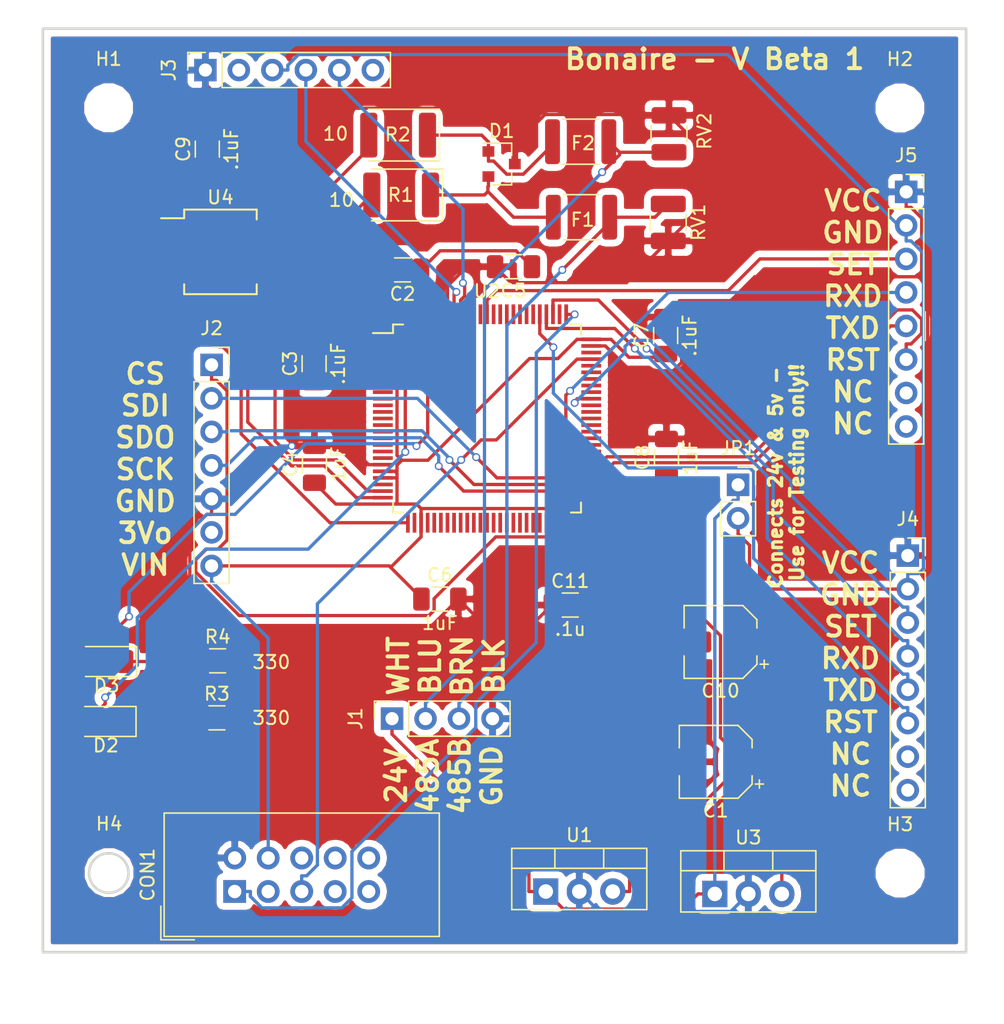
<source format=kicad_pcb>
(kicad_pcb (version 20171130) (host pcbnew 5.0.2-bee76a0~70~ubuntu18.10.1)
  (layers (0 F.Cu signal) (31 B.Cu signal) (34 B.Paste user) (35 F.Paste user) (36 B.SilkS user) (37 F.SilkS user) (38 B.Mask user) (39 F.Mask user) (44 Edge.Cuts user))
  (net 0 "")
  (net 1 +3V3)
  (net 2 GND)
  (net 3 "Net-(D2-Pad2)")
  (net 4 "Net-(D2-Pad1)")
  (net 5 "Net-(D3-Pad1)")
  (net 6 "Net-(D3-Pad2)")
  (net 7 "Net-(D1-Pad2)")
  (net 8 /RS485B)
  (net 9 /RS485A)
  (net 10 "Net-(D1-Pad1)")
  (net 11 /GPIOB/~CS)
  (net 12 /GPIOB/MOSI)
  (net 13 /GPIOB/MISO)
  (net 14 /GPIOB/SCK)
  (net 15 "Net-(J2-Pad6)")
  (net 16 "Net-(J3-Pad2)")
  (net 17 /GPIOB/UART1_RX)
  (net 18 /GPIOB/UART1_TX)
  (net 19 "Net-(J3-Pad6)")
  (net 20 +5V)
  (net 21 "Net-(J4-Pad3)")
  (net 22 "Net-(J4-Pad4)")
  (net 23 "Net-(J4-Pad5)")
  (net 24 "Net-(J4-Pad6)")
  (net 25 "Net-(J4-Pad7)")
  (net 26 "Net-(J4-Pad8)")
  (net 27 "Net-(J5-Pad8)")
  (net 28 "Net-(J5-Pad7)")
  (net 29 "Net-(J5-Pad6)")
  (net 30 "Net-(J5-Pad5)")
  (net 31 "Net-(J5-Pad4)")
  (net 32 "Net-(J5-Pad3)")
  (net 33 "Net-(R1-Pad2)")
  (net 34 "Net-(R2-Pad2)")
  (net 35 +24V)
  (net 36 "Net-(U2-Pad1)")
  (net 37 "Net-(U2-Pad2)")
  (net 38 "Net-(U2-Pad3)")
  (net 39 "Net-(U2-Pad4)")
  (net 40 "Net-(U2-Pad5)")
  (net 41 "Net-(U2-Pad7)")
  (net 42 "Net-(U2-Pad8)")
  (net 43 "Net-(U2-Pad9)")
  (net 44 "Net-(U2-Pad10)")
  (net 45 "Net-(U2-Pad11)")
  (net 46 "Net-(U2-Pad12)")
  (net 47 "Net-(U2-Pad13)")
  (net 48 "Net-(U2-Pad14)")
  (net 49 "Net-(U2-Pad15)")
  (net 50 "Net-(U2-Pad16)")
  (net 51 "Net-(U2-Pad17)")
  (net 52 "Net-(U2-Pad18)")
  (net 53 "Net-(U2-Pad19)")
  (net 54 "Net-(U2-Pad23)")
  (net 55 /GPIOA/serial/TX_en)
  (net 56 /GPIOA/serial/TX)
  (net 57 /GPIOA/serial/RX)
  (net 58 "Net-(U2-Pad27)")
  (net 59 "Net-(U2-Pad29)")
  (net 60 "Net-(U2-Pad30)")
  (net 61 "Net-(U2-Pad31)")
  (net 62 "Net-(U2-Pad32)")
  (net 63 "Net-(U2-Pad33)")
  (net 64 "Net-(U2-Pad34)")
  (net 65 "Net-(U2-Pad35)")
  (net 66 "Net-(U2-Pad36)")
  (net 67 "Net-(U2-Pad37)")
  (net 68 "Net-(U2-Pad38)")
  (net 69 "Net-(U2-Pad39)")
  (net 70 "Net-(U2-Pad40)")
  (net 71 "Net-(U2-Pad41)")
  (net 72 "Net-(U2-Pad42)")
  (net 73 "Net-(U2-Pad43)")
  (net 74 "Net-(U2-Pad44)")
  (net 75 "Net-(U2-Pad45)")
  (net 76 "Net-(U2-Pad46)")
  (net 77 "Net-(U2-Pad47)")
  (net 78 "Net-(U2-Pad51)")
  (net 79 "Net-(U2-Pad58)")
  (net 80 "Net-(U2-Pad59)")
  (net 81 "Net-(U2-Pad60)")
  (net 82 "Net-(U2-Pad61)")
  (net 83 "Net-(U2-Pad62)")
  (net 84 "Net-(U2-Pad63)")
  (net 85 "Net-(U2-Pad64)")
  (net 86 "Net-(U2-Pad65)")
  (net 87 "Net-(U2-Pad67)")
  (net 88 "Net-(U2-Pad68)")
  (net 89 "Net-(U2-Pad69)")
  (net 90 "Net-(U2-Pad70)")
  (net 91 "Net-(U2-Pad71)")
  (net 92 "Net-(CON1-Pad5)")
  (net 93 "Net-(U2-Pad73)")
  (net 94 "Net-(CON1-Pad1)")
  (net 95 "Net-(U2-Pad77)")
  (net 96 "Net-(U2-Pad81)")
  (net 97 "Net-(U2-Pad82)")
  (net 98 "Net-(U2-Pad83)")
  (net 99 "Net-(U2-Pad84)")
  (net 100 "Net-(U2-Pad85)")
  (net 101 "Net-(U2-Pad86)")
  (net 102 "Net-(U2-Pad87)")
  (net 103 "Net-(U2-Pad89)")
  (net 104 "Net-(U2-Pad90)")
  (net 105 "Net-(U2-Pad91)")
  (net 106 "Net-(U2-Pad95)")
  (net 107 "Net-(U2-Pad96)")
  (net 108 "Net-(CON1-Pad3)")
  (net 109 "Net-(CON1-Pad6)")
  (net 110 "Net-(CON1-Pad7)")
  (net 111 "Net-(CON1-Pad8)")
  (net 112 "Net-(CON1-Pad9)")
  (net 113 "Net-(CON1-Pad10)")
  (module Capacitor_SMD:C_1206_3216Metric (layer F.Cu) (at 148.077 84.262 180)
    (fp_text reference C2 (at 0 -1.82 180) (layer F.SilkS))
    (fp_text value 1uF)
    (pad 1 smd roundrect (at -1.4 0 180) (size 1.25 1.75) (layers F.Cu F.Paste F.Mask) (roundrect_rratio 0.2) (net 1 +3V3))
    (pad 2 smd roundrect (at 1.4 0 180) (size 1.25 1.75) (layers F.Cu F.Paste F.Mask) (roundrect_rratio 0.2) (net 2 GND))
  )
  (module Capacitor_SMD:C_1206_3216Metric (layer F.Cu) (at 141.371 91.3668 90)
    (fp_text reference C3 (at 0 -1.82 90) (layer F.SilkS))
    (fp_text value .1uF (at 0 1.82 90) (layer F.SilkS))
    (pad 2 smd roundrect (at 1.4 0 90) (size 1.25 1.75) (layers F.Cu F.Paste F.Mask) (roundrect_rratio 0.2) (net 2 GND))
    (pad 1 smd roundrect (at -1.4 0 90) (size 1.25 1.75) (layers F.Cu F.Paste F.Mask) (roundrect_rratio 0.2) (net 1 +3V3))
  )
  (module Capacitor_SMD:C_1206_3216Metric (layer F.Cu) (at 141.397 98.9919 90)
    (fp_text reference C4 (at 0 -1.82 90) (layer F.SilkS))
    (fp_text value 1uF (at 0 1.82 90) (layer F.SilkS))
    (pad 1 smd roundrect (at -1.4 0 90) (size 1.25 1.75) (layers F.Cu F.Paste F.Mask) (roundrect_rratio 0.2) (net 1 +3V3))
    (pad 2 smd roundrect (at 1.4 0 90) (size 1.25 1.75) (layers F.Cu F.Paste F.Mask) (roundrect_rratio 0.2) (net 2 GND))
  )
  (module Capacitor_SMD:C_1206_3216Metric (layer F.Cu) (at 156.489 84.0181 180)
    (fp_text reference C5 (at 0 -1.82 180) (layer F.SilkS))
    (fp_text value .1uF)
    (pad 2 smd roundrect (at 1.4 0 180) (size 1.25 1.75) (layers F.Cu F.Paste F.Mask) (roundrect_rratio 0.2) (net 2 GND))
    (pad 1 smd roundrect (at -1.4 0 180) (size 1.25 1.75) (layers F.Cu F.Paste F.Mask) (roundrect_rratio 0.2) (net 1 +3V3))
  )
  (module Capacitor_SMD:C_1206_3216Metric (layer F.Cu) (at 150.909 109.21)
    (fp_text reference C6 (at 0 -1.82) (layer F.SilkS))
    (fp_text value 1uF (at 0 1.82) (layer F.SilkS))
    (pad 1 smd roundrect (at -1.4 0) (size 1.25 1.75) (layers F.Cu F.Paste F.Mask) (roundrect_rratio 0.2) (net 1 +3V3))
    (pad 2 smd roundrect (at 1.4 0) (size 1.25 1.75) (layers F.Cu F.Paste F.Mask) (roundrect_rratio 0.2) (net 2 GND))
  )
  (module Capacitor_SMD:C_1206_3216Metric (layer F.Cu) (at 168.026 89.2353 90)
    (fp_text reference C7 (at 0 -1.82 90) (layer F.SilkS))
    (fp_text value .1uF (at 0 1.82 90) (layer F.SilkS))
    (pad 2 smd roundrect (at 1.4 0 90) (size 1.25 1.75) (layers F.Cu F.Paste F.Mask) (roundrect_rratio 0.2) (net 2 GND))
    (pad 1 smd roundrect (at -1.4 0 90) (size 1.25 1.75) (layers F.Cu F.Paste F.Mask) (roundrect_rratio 0.2) (net 1 +3V3))
  )
  (module Capacitor_SMD:C_1206_3216Metric (layer F.Cu) (at 168.087 98.4728 90)
    (fp_text reference C8 (at 0 -1.82 90) (layer F.SilkS))
    (fp_text value 1uF (at 0 1.82 90) (layer F.SilkS))
    (pad 1 smd roundrect (at -1.4 0 90) (size 1.25 1.75) (layers F.Cu F.Paste F.Mask) (roundrect_rratio 0.2) (net 1 +3V3))
    (pad 2 smd roundrect (at 1.4 0 90) (size 1.25 1.75) (layers F.Cu F.Paste F.Mask) (roundrect_rratio 0.2) (net 2 GND))
  )
  (module Capacitor_SMD:C_1206_3216Metric (layer F.Cu) (at 133.274 75.1048 90)
    (fp_text reference C9 (at 0 -1.82 90) (layer F.SilkS))
    (fp_text value .1uF (at 0 1.82 90) (layer F.SilkS))
    (pad 2 smd roundrect (at 1.4 0 90) (size 1.25 1.75) (layers F.Cu F.Paste F.Mask) (roundrect_rratio 0.2) (net 2 GND))
    (pad 1 smd roundrect (at -1.4 0 90) (size 1.25 1.75) (layers F.Cu F.Paste F.Mask) (roundrect_rratio 0.2) (net 1 +3V3))
  )
  (module Capacitor_SMD:C_1206_3216Metric (layer F.Cu) (at 160.794 109.662)
    (fp_text reference C11 (at 0 -1.82) (layer F.SilkS))
    (fp_text value .1u (at 0 1.82) (layer F.SilkS))
    (pad 1 smd roundrect (at -1.4 0) (size 1.25 1.75) (layers F.Cu F.Paste F.Mask) (roundrect_rratio 0.2) (net 2 GND))
    (pad 2 smd roundrect (at 1.4 0) (size 1.25 1.75) (layers F.Cu F.Paste F.Mask) (roundrect_rratio 0.2) (net 1 +3V3))
  )
  (module LED_SMD:LED_1206_3216Metric (layer F.Cu) (at 125.586 118.486 180)
    (fp_text reference D2 (at 0 -1.82 180) (layer F.SilkS))
    (fp_text value LED)
    (pad 2 smd roundrect (at 1.4 0 180) (size 1.25 1.75) (layers F.Cu F.Paste F.Mask) (roundrect_rratio 0.2) (net 3 "Net-(D2-Pad2)"))
    (pad 1 smd roundrect (at -1.4 0 180) (size 1.25 1.75) (layers F.Cu F.Paste F.Mask) (roundrect_rratio 0.2) (net 4 "Net-(D2-Pad1)"))
  )
  (module LED_SMD:LED_1206_3216Metric (layer F.Cu) (at 125.642 113.944 180)
    (fp_text reference D3 (at 0 -1.82 180) (layer F.SilkS))
    (fp_text value LED)
    (pad 1 smd roundrect (at -1.4 0 180) (size 1.25 1.75) (layers F.Cu F.Paste F.Mask) (roundrect_rratio 0.2) (net 5 "Net-(D3-Pad1)"))
    (pad 2 smd roundrect (at 1.4 0 180) (size 1.25 1.75) (layers F.Cu F.Paste F.Mask) (roundrect_rratio 0.2) (net 6 "Net-(D3-Pad2)"))
  )
  (module Resistor_SMD:R_1812_4532Metric (layer F.Cu) (at 161.646 80.2691 180)
    (fp_text reference F1 (at -0.08636 -0.19304 180) (layer F.SilkS))
    (fp_text value Polyfuse_Small)
    (pad 2 smd roundrect (at 2.1375 0 180) (size 1.125 3.4) (layers F.Cu F.Paste F.Mask) (roundrect_rratio 0.222222) (net 7 "Net-(D1-Pad2)"))
    (pad 1 smd roundrect (at -2.1375 0 180) (size 1.125 3.4) (layers F.Cu F.Paste F.Mask) (roundrect_rratio 0.222222) (net 8 /RS485B))
  )
  (module Resistor_SMD:R_1812_4532Metric (layer F.Cu) (at 161.585 74.5439 180)
    (fp_text reference F2 (at -0.17272 -0.11684 180) (layer F.SilkS))
    (fp_text value Polyfuse_Small)
    (pad 1 smd roundrect (at -2.1375 0 180) (size 1.125 3.4) (layers F.Cu F.Paste F.Mask) (roundrect_rratio 0.222222) (net 9 /RS485A))
    (pad 2 smd roundrect (at 2.1375 0 180) (size 1.125 3.4) (layers F.Cu F.Paste F.Mask) (roundrect_rratio 0.222222) (net 10 "Net-(D1-Pad1)"))
  )
  (module Connector_PinSocket_2.54mm:PinSocket_1x07_P2.54mm_Vertical (layer F.Cu) (at 133.599 91.4552)
    (fp_text reference J2 (at 0 -2.77) (layer F.SilkS))
    (fp_text value Conn_01x07)
    (pad 1 thru_hole rect (at 0 0) (size 1.7 1.7) (drill 1) (layers *.Cu *.Mask) (net 11 /GPIOB/~CS))
    (pad 2 thru_hole oval (at 0 2.54) (size 1.7 1.7) (drill 1) (layers *.Cu *.Mask) (net 12 /GPIOB/MOSI))
    (pad 3 thru_hole oval (at 0 5.08) (size 1.7 1.7) (drill 1) (layers *.Cu *.Mask) (net 13 /GPIOB/MISO))
    (pad 4 thru_hole oval (at 0 7.62) (size 1.7 1.7) (drill 1) (layers *.Cu *.Mask) (net 14 /GPIOB/SCK))
    (pad 5 thru_hole oval (at 0 10.16) (size 1.7 1.7) (drill 1) (layers *.Cu *.Mask) (net 2 GND))
    (pad 6 thru_hole oval (at 0 12.7) (size 1.7 1.7) (drill 1) (layers *.Cu *.Mask) (net 15 "Net-(J2-Pad6)"))
    (pad 7 thru_hole oval (at 0 15.24) (size 1.7 1.7) (drill 1) (layers *.Cu *.Mask) (net 1 +3V3))
  )
  (module Connector_PinSocket_2.54mm:PinSocket_1x06_P2.54mm_Vertical (layer F.Cu) (at 133.126 69.1134 90)
    (fp_text reference J3 (at 0 -2.77 90) (layer F.SilkS))
    (fp_text value Conn_01x06)
    (pad 1 thru_hole rect (at 0 0 90) (size 1.7 1.7) (drill 1) (layers *.Cu *.Mask) (net 2 GND))
    (pad 2 thru_hole oval (at 0 2.54 90) (size 1.7 1.7) (drill 1) (layers *.Cu *.Mask) (net 16 "Net-(J3-Pad2)"))
    (pad 3 thru_hole oval (at 0 5.08 90) (size 1.7 1.7) (drill 1) (layers *.Cu *.Mask) (net 20 +5V))
    (pad 4 thru_hole oval (at 0 7.62 90) (size 1.7 1.7) (drill 1) (layers *.Cu *.Mask) (net 17 /GPIOB/UART1_RX))
    (pad 5 thru_hole oval (at 0 10.16 90) (size 1.7 1.7) (drill 1) (layers *.Cu *.Mask) (net 18 /GPIOB/UART1_TX))
    (pad 6 thru_hole oval (at 0 12.7 90) (size 1.7 1.7) (drill 1) (layers *.Cu *.Mask) (net 19 "Net-(J3-Pad6)"))
  )
  (module Connector_PinSocket_2.54mm:PinSocket_1x08_P2.54mm_Vertical (layer F.Cu) (at 186.385 105.913)
    (fp_text reference J4 (at 0 -2.77) (layer F.SilkS))
    (fp_text value Conn_01x08)
    (pad 1 thru_hole rect (at 0 0) (size 1.7 1.7) (drill 1) (layers *.Cu *.Mask) (net 2 GND))
    (pad 2 thru_hole oval (at 0 2.54) (size 1.7 1.7) (drill 1) (layers *.Cu *.Mask) (net 20 +5V))
    (pad 3 thru_hole oval (at 0 5.08) (size 1.7 1.7) (drill 1) (layers *.Cu *.Mask) (net 21 "Net-(J4-Pad3)"))
    (pad 4 thru_hole oval (at 0 7.62) (size 1.7 1.7) (drill 1) (layers *.Cu *.Mask) (net 22 "Net-(J4-Pad4)"))
    (pad 5 thru_hole oval (at 0 10.16) (size 1.7 1.7) (drill 1) (layers *.Cu *.Mask) (net 23 "Net-(J4-Pad5)"))
    (pad 6 thru_hole oval (at 0 12.7) (size 1.7 1.7) (drill 1) (layers *.Cu *.Mask) (net 24 "Net-(J4-Pad6)"))
    (pad 7 thru_hole oval (at 0 15.24) (size 1.7 1.7) (drill 1) (layers *.Cu *.Mask) (net 25 "Net-(J4-Pad7)"))
    (pad 8 thru_hole oval (at 0 17.78) (size 1.7 1.7) (drill 1) (layers *.Cu *.Mask) (net 26 "Net-(J4-Pad8)"))
  )
  (module Connector_PinSocket_2.54mm:PinSocket_1x08_P2.54mm_Vertical (layer F.Cu) (at 186.263 78.3488)
    (fp_text reference J5 (at 0 -2.77) (layer F.SilkS))
    (fp_text value Conn_01x08)
    (pad 8 thru_hole oval (at 0 17.78) (size 1.7 1.7) (drill 1) (layers *.Cu *.Mask) (net 27 "Net-(J5-Pad8)"))
    (pad 7 thru_hole oval (at 0 15.24) (size 1.7 1.7) (drill 1) (layers *.Cu *.Mask) (net 28 "Net-(J5-Pad7)"))
    (pad 6 thru_hole oval (at 0 12.7) (size 1.7 1.7) (drill 1) (layers *.Cu *.Mask) (net 29 "Net-(J5-Pad6)"))
    (pad 5 thru_hole oval (at 0 10.16) (size 1.7 1.7) (drill 1) (layers *.Cu *.Mask) (net 30 "Net-(J5-Pad5)"))
    (pad 4 thru_hole oval (at 0 7.62) (size 1.7 1.7) (drill 1) (layers *.Cu *.Mask) (net 31 "Net-(J5-Pad4)"))
    (pad 3 thru_hole oval (at 0 5.08) (size 1.7 1.7) (drill 1) (layers *.Cu *.Mask) (net 32 "Net-(J5-Pad3)"))
    (pad 2 thru_hole oval (at 0 2.54) (size 1.7 1.7) (drill 1) (layers *.Cu *.Mask) (net 20 +5V))
    (pad 1 thru_hole rect (at 0 0) (size 1.7 1.7) (drill 1) (layers *.Cu *.Mask) (net 2 GND))
  )
  (module Resistor_SMD:R_1206_3216Metric (layer F.Cu) (at 134.003 118.212)
    (fp_text reference R3 (at 0 -1.82) (layer F.SilkS))
    (fp_text value 330 (at 4.12704 0.01016) (layer F.SilkS))
    (pad 2 smd roundrect (at 1.4 0) (size 1.25 1.75) (layers F.Cu F.Paste F.Mask) (roundrect_rratio 0.2) (net 2 GND))
    (pad 1 smd roundrect (at -1.4 0) (size 1.25 1.75) (layers F.Cu F.Paste F.Mask) (roundrect_rratio 0.2) (net 4 "Net-(D2-Pad1)"))
  )
  (module Resistor_SMD:R_1206_3216Metric (layer F.Cu) (at 134.059 113.889)
    (fp_text reference R4 (at 0 -1.82) (layer F.SilkS))
    (fp_text value 330 (at 4.07116 0.1016) (layer F.SilkS))
    (pad 1 smd roundrect (at -1.4 0) (size 1.25 1.75) (layers F.Cu F.Paste F.Mask) (roundrect_rratio 0.2) (net 5 "Net-(D3-Pad1)"))
    (pad 2 smd roundrect (at 1.4 0) (size 1.25 1.75) (layers F.Cu F.Paste F.Mask) (roundrect_rratio 0.2) (net 2 GND))
  )
  (module Resistor_SMD:R_1210_3225Metric (layer F.Cu) (at 168.224 80.6632 270)
    (fp_text reference RV1 (at 0 -2.28 270) (layer F.SilkS))
    (fp_text value Varistor)
    (pad 2 smd roundrect (at 1.4 0 270) (size 1.25 2.65) (layers F.Cu F.Paste F.Mask) (roundrect_rratio 0.2) (net 2 GND))
    (pad 1 smd roundrect (at -1.4 0 270) (size 1.25 2.65) (layers F.Cu F.Paste F.Mask) (roundrect_rratio 0.2) (net 8 /RS485B))
  )
  (module Resistor_SMD:R_1210_3225Metric (layer F.Cu) (at 168.28 73.9466 90)
    (fp_text reference RV2 (at 0.2002 2.6924 90) (layer F.SilkS))
    (fp_text value Varistor)
    (pad 1 smd roundrect (at -1.4 0 90) (size 1.25 2.65) (layers F.Cu F.Paste F.Mask) (roundrect_rratio 0.2) (net 9 /RS485A))
    (pad 2 smd roundrect (at 1.4 0 90) (size 1.25 2.65) (layers F.Cu F.Paste F.Mask) (roundrect_rratio 0.2) (net 2 GND))
  )
  (module Package_TO_SOT_SMD:SOT-23 (layer F.Cu) (at 155.589 76.2356)
    (fp_text reference D1 (at 0 -2.5) (layer F.SilkS))
    (fp_text value D_TVS_x2_AAC)
    (pad 1 smd rect (at -1 -0.95) (size 0.9 0.8) (layers F.Cu F.Paste F.Mask) (net 10 "Net-(D1-Pad1)"))
    (pad 2 smd rect (at -1 0.95) (size 0.9 0.8) (layers F.Cu F.Paste F.Mask) (net 7 "Net-(D1-Pad2)"))
    (pad 3 smd rect (at 1 0) (size 0.9 0.8) (layers F.Cu F.Paste F.Mask) (net 2 GND))
  )
  (module Diode_SMD:D_1812_4532Metric_Pad1.30x3.40mm_HandSolder (layer F.Cu) (at 147.97 78.5825 180)
    (fp_text reference R1 (at 0.03552 0 180) (layer F.SilkS))
    (fp_text value 10 (at 4.52116 -0.37592 180) (layer F.SilkS))
    (pad 1 smd roundrect (at -2.225 0 180) (size 1.3 3.4) (layers F.Cu F.Paste F.Mask) (roundrect_rratio 0.192308) (net 7 "Net-(D1-Pad2)"))
    (pad 2 smd roundrect (at 2.225 0 180) (size 1.3 3.4) (layers F.Cu F.Paste F.Mask) (roundrect_rratio 0.192308) (net 33 "Net-(R1-Pad2)"))
  )
  (module Diode_SMD:D_1812_4532Metric_Pad1.30x3.40mm_HandSolder (layer F.Cu) (at 147.742 74.0461 180)
    (fp_text reference R2 (at 0.03044 0.04064 180) (layer F.SilkS))
    (fp_text value 10 (at 4.7396 0.1016 180) (layer F.SilkS))
    (pad 2 smd roundrect (at 2.225 0 180) (size 1.3 3.4) (layers F.Cu F.Paste F.Mask) (roundrect_rratio 0.192308) (net 34 "Net-(R2-Pad2)"))
    (pad 1 smd roundrect (at -2.225 0 180) (size 1.3 3.4) (layers F.Cu F.Paste F.Mask) (roundrect_rratio 0.192308) (net 10 "Net-(D1-Pad1)"))
  )
  (module Package_TO_SOT_THT:TO-220-3_Vertical (layer F.Cu) (at 158.938 131.374)
    (fp_text reference U1 (at 2.54 -4.27) (layer F.SilkS))
    (fp_text value LM78l33_TO220)
    (pad 1 thru_hole rect (at 0 0) (size 1.905 2) (drill 1.1) (layers *.Cu *.Mask) (net 35 +24V))
    (pad 2 thru_hole oval (at 2.54 0) (size 1.905 2) (drill 1.1) (layers *.Cu *.Mask) (net 2 GND))
    (pad 3 thru_hole oval (at 5.08 0) (size 1.905 2) (drill 1.1) (layers *.Cu *.Mask) (net 1 +3V3))
  )
  (module Package_QFP:LQFP-100_14x14mm_P0.5mm (layer F.Cu) (at 154.483 95.5243)
    (fp_text reference U2 (at 0 -9.65) (layer F.SilkS))
    (fp_text value "STM32F303V(B-C)Tx_u")
    (pad 1 smd rect (at -7.9 -6) (size 1.5 0.28) (layers F.Cu F.Paste F.Mask) (net 36 "Net-(U2-Pad1)"))
    (pad 2 smd rect (at -7.9 -5.5) (size 1.5 0.28) (layers F.Cu F.Paste F.Mask) (net 37 "Net-(U2-Pad2)"))
    (pad 3 smd rect (at -7.9 -5) (size 1.5 0.28) (layers F.Cu F.Paste F.Mask) (net 38 "Net-(U2-Pad3)"))
    (pad 4 smd rect (at -7.9 -4.5) (size 1.5 0.28) (layers F.Cu F.Paste F.Mask) (net 39 "Net-(U2-Pad4)"))
    (pad 5 smd rect (at -7.9 -4) (size 1.5 0.28) (layers F.Cu F.Paste F.Mask) (net 40 "Net-(U2-Pad5)"))
    (pad 6 smd rect (at -7.9 -3.5) (size 1.5 0.28) (layers F.Cu F.Paste F.Mask) (net 1 +3V3))
    (pad 7 smd rect (at -7.9 -3) (size 1.5 0.28) (layers F.Cu F.Paste F.Mask) (net 41 "Net-(U2-Pad7)"))
    (pad 8 smd rect (at -7.9 -2.5) (size 1.5 0.28) (layers F.Cu F.Paste F.Mask) (net 42 "Net-(U2-Pad8)"))
    (pad 9 smd rect (at -7.9 -2) (size 1.5 0.28) (layers F.Cu F.Paste F.Mask) (net 43 "Net-(U2-Pad9)"))
    (pad 10 smd rect (at -7.9 -1.5) (size 1.5 0.28) (layers F.Cu F.Paste F.Mask) (net 44 "Net-(U2-Pad10)"))
    (pad 11 smd rect (at -7.9 -1) (size 1.5 0.28) (layers F.Cu F.Paste F.Mask) (net 45 "Net-(U2-Pad11)"))
    (pad 12 smd rect (at -7.9 -0.5) (size 1.5 0.28) (layers F.Cu F.Paste F.Mask) (net 46 "Net-(U2-Pad12)"))
    (pad 13 smd rect (at -7.9 0) (size 1.5 0.28) (layers F.Cu F.Paste F.Mask) (net 47 "Net-(U2-Pad13)"))
    (pad 14 smd rect (at -7.9 0.5) (size 1.5 0.28) (layers F.Cu F.Paste F.Mask) (net 48 "Net-(U2-Pad14)"))
    (pad 15 smd rect (at -7.9 1) (size 1.5 0.28) (layers F.Cu F.Paste F.Mask) (net 49 "Net-(U2-Pad15)"))
    (pad 16 smd rect (at -7.9 1.5) (size 1.5 0.28) (layers F.Cu F.Paste F.Mask) (net 50 "Net-(U2-Pad16)"))
    (pad 17 smd rect (at -7.9 2) (size 1.5 0.28) (layers F.Cu F.Paste F.Mask) (net 51 "Net-(U2-Pad17)"))
    (pad 18 smd rect (at -7.9 2.5) (size 1.5 0.28) (layers F.Cu F.Paste F.Mask) (net 52 "Net-(U2-Pad18)"))
    (pad 19 smd rect (at -7.9 3) (size 1.5 0.28) (layers F.Cu F.Paste F.Mask) (net 53 "Net-(U2-Pad19)"))
    (pad 20 smd rect (at -7.9 3.5) (size 1.5 0.28) (layers F.Cu F.Paste F.Mask) (net 2 GND))
    (pad 21 smd rect (at -7.9 4) (size 1.5 0.28) (layers F.Cu F.Paste F.Mask) (net 1 +3V3))
    (pad 22 smd rect (at -7.9 4.5) (size 1.5 0.28) (layers F.Cu F.Paste F.Mask) (net 1 +3V3))
    (pad 23 smd rect (at -7.9 5) (size 1.5 0.28) (layers F.Cu F.Paste F.Mask) (net 54 "Net-(U2-Pad23)"))
    (pad 24 smd rect (at -7.9 5.5) (size 1.5 0.28) (layers F.Cu F.Paste F.Mask) (net 55 /GPIOA/serial/TX_en))
    (pad 25 smd rect (at -7.9 6) (size 1.5 0.28) (layers F.Cu F.Paste F.Mask) (net 56 /GPIOA/serial/TX))
    (pad 26 smd rect (at -6 7.9 90) (size 1.5 0.28) (layers F.Cu F.Paste F.Mask) (net 57 /GPIOA/serial/RX))
    (pad 27 smd rect (at -5.5 7.9 90) (size 1.5 0.28) (layers F.Cu F.Paste F.Mask) (net 58 "Net-(U2-Pad27)"))
    (pad 28 smd rect (at -5 7.9 90) (size 1.5 0.28) (layers F.Cu F.Paste F.Mask) (net 1 +3V3))
    (pad 29 smd rect (at -4.5 7.9 90) (size 1.5 0.28) (layers F.Cu F.Paste F.Mask) (net 59 "Net-(U2-Pad29)"))
    (pad 30 smd rect (at -4 7.9 90) (size 1.5 0.28) (layers F.Cu F.Paste F.Mask) (net 60 "Net-(U2-Pad30)"))
    (pad 31 smd rect (at -3.5 7.9 90) (size 1.5 0.28) (layers F.Cu F.Paste F.Mask) (net 61 "Net-(U2-Pad31)"))
    (pad 32 smd rect (at -3 7.9 90) (size 1.5 0.28) (layers F.Cu F.Paste F.Mask) (net 62 "Net-(U2-Pad32)"))
    (pad 33 smd rect (at -2.5 7.9 90) (size 1.5 0.28) (layers F.Cu F.Paste F.Mask) (net 63 "Net-(U2-Pad33)"))
    (pad 34 smd rect (at -2 7.9 90) (size 1.5 0.28) (layers F.Cu F.Paste F.Mask) (net 64 "Net-(U2-Pad34)"))
    (pad 35 smd rect (at -1.5 7.9 90) (size 1.5 0.28) (layers F.Cu F.Paste F.Mask) (net 65 "Net-(U2-Pad35)"))
    (pad 36 smd rect (at -1 7.9 90) (size 1.5 0.28) (layers F.Cu F.Paste F.Mask) (net 66 "Net-(U2-Pad36)"))
    (pad 37 smd rect (at -0.5 7.9 90) (size 1.5 0.28) (layers F.Cu F.Paste F.Mask) (net 67 "Net-(U2-Pad37)"))
    (pad 38 smd rect (at 0 7.9 90) (size 1.5 0.28) (layers F.Cu F.Paste F.Mask) (net 68 "Net-(U2-Pad38)"))
    (pad 39 smd rect (at 0.5 7.9 90) (size 1.5 0.28) (layers F.Cu F.Paste F.Mask) (net 69 "Net-(U2-Pad39)"))
    (pad 40 smd rect (at 1 7.9 90) (size 1.5 0.28) (layers F.Cu F.Paste F.Mask) (net 70 "Net-(U2-Pad40)"))
    (pad 41 smd rect (at 1.5 7.9 90) (size 1.5 0.28) (layers F.Cu F.Paste F.Mask) (net 71 "Net-(U2-Pad41)"))
    (pad 42 smd rect (at 2 7.9 90) (size 1.5 0.28) (layers F.Cu F.Paste F.Mask) (net 72 "Net-(U2-Pad42)"))
    (pad 43 smd rect (at 2.5 7.9 90) (size 1.5 0.28) (layers F.Cu F.Paste F.Mask) (net 73 "Net-(U2-Pad43)"))
    (pad 44 smd rect (at 3 7.9 90) (size 1.5 0.28) (layers F.Cu F.Paste F.Mask) (net 74 "Net-(U2-Pad44)"))
    (pad 45 smd rect (at 3.5 7.9 90) (size 1.5 0.28) (layers F.Cu F.Paste F.Mask) (net 75 "Net-(U2-Pad45)"))
    (pad 46 smd rect (at 4 7.9 90) (size 1.5 0.28) (layers F.Cu F.Paste F.Mask) (net 76 "Net-(U2-Pad46)"))
    (pad 47 smd rect (at 4.5 7.9 90) (size 1.5 0.28) (layers F.Cu F.Paste F.Mask) (net 77 "Net-(U2-Pad47)"))
    (pad 48 smd rect (at 5 7.9 90) (size 1.5 0.28) (layers F.Cu F.Paste F.Mask) (net 11 /GPIOB/~CS))
    (pad 49 smd rect (at 5.5 7.9 90) (size 1.5 0.28) (layers F.Cu F.Paste F.Mask) (net 2 GND))
    (pad 50 smd rect (at 6 7.9 90) (size 1.5 0.28) (layers F.Cu F.Paste F.Mask) (net 1 +3V3))
    (pad 51 smd rect (at 7.9 6) (size 1.5 0.28) (layers F.Cu F.Paste F.Mask) (net 78 "Net-(U2-Pad51)"))
    (pad 52 smd rect (at 7.9 5.5) (size 1.5 0.28) (layers F.Cu F.Paste F.Mask) (net 14 /GPIOB/SCK))
    (pad 53 smd rect (at 7.9 5) (size 1.5 0.28) (layers F.Cu F.Paste F.Mask) (net 13 /GPIOB/MISO))
    (pad 54 smd rect (at 7.9 4.5) (size 1.5 0.28) (layers F.Cu F.Paste F.Mask) (net 12 /GPIOB/MOSI))
    (pad 55 smd rect (at 7.9 4) (size 1.5 0.28) (layers F.Cu F.Paste F.Mask) (net 31 "Net-(J5-Pad4)"))
    (pad 56 smd rect (at 7.9 3.5) (size 1.5 0.28) (layers F.Cu F.Paste F.Mask) (net 30 "Net-(J5-Pad5)"))
    (pad 57 smd rect (at 7.9 3) (size 1.5 0.28) (layers F.Cu F.Paste F.Mask) (net 29 "Net-(J5-Pad6)"))
    (pad 58 smd rect (at 7.9 2.5) (size 1.5 0.28) (layers F.Cu F.Paste F.Mask) (net 79 "Net-(U2-Pad58)"))
    (pad 59 smd rect (at 7.9 2) (size 1.5 0.28) (layers F.Cu F.Paste F.Mask) (net 80 "Net-(U2-Pad59)"))
    (pad 60 smd rect (at 7.9 1.5) (size 1.5 0.28) (layers F.Cu F.Paste F.Mask) (net 81 "Net-(U2-Pad60)"))
    (pad 61 smd rect (at 7.9 1) (size 1.5 0.28) (layers F.Cu F.Paste F.Mask) (net 82 "Net-(U2-Pad61)"))
    (pad 62 smd rect (at 7.9 0.5) (size 1.5 0.28) (layers F.Cu F.Paste F.Mask) (net 83 "Net-(U2-Pad62)"))
    (pad 63 smd rect (at 7.9 0) (size 1.5 0.28) (layers F.Cu F.Paste F.Mask) (net 84 "Net-(U2-Pad63)"))
    (pad 64 smd rect (at 7.9 -0.5) (size 1.5 0.28) (layers F.Cu F.Paste F.Mask) (net 85 "Net-(U2-Pad64)"))
    (pad 65 smd rect (at 7.9 -1) (size 1.5 0.28) (layers F.Cu F.Paste F.Mask) (net 86 "Net-(U2-Pad65)"))
    (pad 66 smd rect (at 7.9 -1.5) (size 1.5 0.28) (layers F.Cu F.Paste F.Mask) (net 21 "Net-(J4-Pad3)"))
    (pad 67 smd rect (at 7.9 -2) (size 1.5 0.28) (layers F.Cu F.Paste F.Mask) (net 87 "Net-(U2-Pad67)"))
    (pad 68 smd rect (at 7.9 -2.5) (size 1.5 0.28) (layers F.Cu F.Paste F.Mask) (net 88 "Net-(U2-Pad68)"))
    (pad 69 smd rect (at 7.9 -3) (size 1.5 0.28) (layers F.Cu F.Paste F.Mask) (net 89 "Net-(U2-Pad69)"))
    (pad 70 smd rect (at 7.9 -3.5) (size 1.5 0.28) (layers F.Cu F.Paste F.Mask) (net 90 "Net-(U2-Pad70)"))
    (pad 71 smd rect (at 7.9 -4) (size 1.5 0.28) (layers F.Cu F.Paste F.Mask) (net 91 "Net-(U2-Pad71)"))
    (pad 72 smd rect (at 7.9 -4.5) (size 1.5 0.28) (layers F.Cu F.Paste F.Mask) (net 92 "Net-(CON1-Pad5)"))
    (pad 73 smd rect (at 7.9 -5) (size 1.5 0.28) (layers F.Cu F.Paste F.Mask) (net 93 "Net-(U2-Pad73)"))
    (pad 74 smd rect (at 7.9 -5.5) (size 1.5 0.28) (layers F.Cu F.Paste F.Mask) (net 2 GND))
    (pad 75 smd rect (at 7.9 -6) (size 1.5 0.28) (layers F.Cu F.Paste F.Mask) (net 1 +3V3))
    (pad 76 smd rect (at 6 -7.9 90) (size 1.5 0.28) (layers F.Cu F.Paste F.Mask) (net 94 "Net-(CON1-Pad1)"))
    (pad 77 smd rect (at 5.5 -7.9 90) (size 1.5 0.28) (layers F.Cu F.Paste F.Mask) (net 95 "Net-(U2-Pad77)"))
    (pad 78 smd rect (at 5 -7.9 90) (size 1.5 0.28) (layers F.Cu F.Paste F.Mask) (net 22 "Net-(J4-Pad4)"))
    (pad 79 smd rect (at 4.5 -7.9 90) (size 1.5 0.28) (layers F.Cu F.Paste F.Mask) (net 23 "Net-(J4-Pad5)"))
    (pad 80 smd rect (at 4 -7.9 90) (size 1.5 0.28) (layers F.Cu F.Paste F.Mask) (net 24 "Net-(J4-Pad6)"))
    (pad 81 smd rect (at 3.5 -7.9 90) (size 1.5 0.28) (layers F.Cu F.Paste F.Mask) (net 96 "Net-(U2-Pad81)"))
    (pad 82 smd rect (at 3 -7.9 90) (size 1.5 0.28) (layers F.Cu F.Paste F.Mask) (net 97 "Net-(U2-Pad82)"))
    (pad 83 smd rect (at 2.5 -7.9 90) (size 1.5 0.28) (layers F.Cu F.Paste F.Mask) (net 98 "Net-(U2-Pad83)"))
    (pad 84 smd rect (at 2 -7.9 90) (size 1.5 0.28) (layers F.Cu F.Paste F.Mask) (net 99 "Net-(U2-Pad84)"))
    (pad 85 smd rect (at 1.5 -7.9 90) (size 1.5 0.28) (layers F.Cu F.Paste F.Mask) (net 100 "Net-(U2-Pad85)"))
    (pad 86 smd rect (at 1 -7.9 90) (size 1.5 0.28) (layers F.Cu F.Paste F.Mask) (net 101 "Net-(U2-Pad86)"))
    (pad 87 smd rect (at 0.5 -7.9 90) (size 1.5 0.28) (layers F.Cu F.Paste F.Mask) (net 102 "Net-(U2-Pad87)"))
    (pad 88 smd rect (at 0 -7.9 90) (size 1.5 0.28) (layers F.Cu F.Paste F.Mask) (net 32 "Net-(J5-Pad3)"))
    (pad 89 smd rect (at -0.5 -7.9 90) (size 1.5 0.28) (layers F.Cu F.Paste F.Mask) (net 103 "Net-(U2-Pad89)"))
    (pad 90 smd rect (at -1 -7.9 90) (size 1.5 0.28) (layers F.Cu F.Paste F.Mask) (net 104 "Net-(U2-Pad90)"))
    (pad 91 smd rect (at -1.5 -7.9 90) (size 1.5 0.28) (layers F.Cu F.Paste F.Mask) (net 105 "Net-(U2-Pad91)"))
    (pad 92 smd rect (at -2 -7.9 90) (size 1.5 0.28) (layers F.Cu F.Paste F.Mask) (net 18 /GPIOB/UART1_TX))
    (pad 93 smd rect (at -2.5 -7.9 90) (size 1.5 0.28) (layers F.Cu F.Paste F.Mask) (net 17 /GPIOB/UART1_RX))
    (pad 94 smd rect (at -3 -7.9 90) (size 1.5 0.28) (layers F.Cu F.Paste F.Mask) (net 2 GND))
    (pad 95 smd rect (at -3.5 -7.9 90) (size 1.5 0.28) (layers F.Cu F.Paste F.Mask) (net 106 "Net-(U2-Pad95)"))
    (pad 96 smd rect (at -4 -7.9 90) (size 1.5 0.28) (layers F.Cu F.Paste F.Mask) (net 107 "Net-(U2-Pad96)"))
    (pad 97 smd rect (at -4.5 -7.9 90) (size 1.5 0.28) (layers F.Cu F.Paste F.Mask) (net 6 "Net-(D3-Pad2)"))
    (pad 98 smd rect (at -5 -7.9 90) (size 1.5 0.28) (layers F.Cu F.Paste F.Mask) (net 3 "Net-(D2-Pad2)"))
    (pad 99 smd rect (at -5.5 -7.9 90) (size 1.5 0.28) (layers F.Cu F.Paste F.Mask) (net 2 GND))
    (pad 100 smd rect (at -6 -7.9 90) (size 1.5 0.28) (layers F.Cu F.Paste F.Mask) (net 1 +3V3))
  )
  (module Package_TO_SOT_THT:TO-220-3_Vertical (layer F.Cu) (at 171.755 131.557)
    (fp_text reference U3 (at 2.54 -4.27) (layer F.SilkS))
    (fp_text value LM78l50_TO220)
    (pad 3 thru_hole oval (at 5.08 0) (size 1.905 2) (drill 1.1) (layers *.Cu *.Mask) (net 20 +5V))
    (pad 2 thru_hole oval (at 2.54 0) (size 1.905 2) (drill 1.1) (layers *.Cu *.Mask) (net 2 GND))
    (pad 1 thru_hole rect (at 0 0) (size 1.905 2) (drill 1.1) (layers *.Cu *.Mask) (net 35 +24V))
  )
  (module Package_SO:SO-8_5.3x6.2mm_P1.27mm (layer F.Cu) (at 134.269 82.8954)
    (fp_text reference U4 (at 0 -4.13) (layer F.SilkS))
    (fp_text value SN65HV7X)
    (pad 1 smd rect (at -3.7 -1.905) (size 1.75 0.55) (layers F.Cu F.Paste F.Mask) (net 57 /GPIOA/serial/RX))
    (pad 2 smd rect (at -3.7 -0.635) (size 1.75 0.55) (layers F.Cu F.Paste F.Mask) (net 55 /GPIOA/serial/TX_en))
    (pad 3 smd rect (at -3.7 0.635) (size 1.75 0.55) (layers F.Cu F.Paste F.Mask) (net 55 /GPIOA/serial/TX_en))
    (pad 4 smd rect (at -3.7 1.905) (size 1.75 0.55) (layers F.Cu F.Paste F.Mask) (net 56 /GPIOA/serial/TX))
    (pad 5 smd rect (at 3.7 1.905) (size 1.75 0.55) (layers F.Cu F.Paste F.Mask) (net 2 GND))
    (pad 6 smd rect (at 3.7 0.635) (size 1.75 0.55) (layers F.Cu F.Paste F.Mask) (net 34 "Net-(R2-Pad2)"))
    (pad 7 smd rect (at 3.7 -0.635) (size 1.75 0.55) (layers F.Cu F.Paste F.Mask) (net 33 "Net-(R1-Pad2)"))
    (pad 8 smd rect (at 3.7 -1.905) (size 1.75 0.55) (layers F.Cu F.Paste F.Mask) (net 1 +3V3))
  )
  (module Capacitor_SMD:CP_Elec_5x5.3 (layer F.Cu) (at 171.82 121.544 180)
    (fp_text reference C1 (at 0 -3.7 180) (layer F.SilkS))
    (fp_text value 100uF)
    (pad 2 smd roundrect (at 2.2 0 180) (size 3 1.6) (layers F.Cu F.Paste F.Mask) (roundrect_rratio 0.15625) (net 2 GND))
    (pad 1 smd roundrect (at -2.2 0 180) (size 3 1.6) (layers F.Cu F.Paste F.Mask) (roundrect_rratio 0.15625) (net 1 +3V3))
  )
  (module Capacitor_SMD:CP_Elec_5x5.3 (layer F.Cu) (at 172.186 112.461 180)
    (fp_text reference C10 (at 0 -3.7 180) (layer F.SilkS))
    (fp_text value 100uF)
    (pad 1 smd roundrect (at -2.2 0 180) (size 3 1.6) (layers F.Cu F.Paste F.Mask) (roundrect_rratio 0.15625) (net 20 +5V))
    (pad 2 smd roundrect (at 2.2 0 180) (size 3 1.6) (layers F.Cu F.Paste F.Mask) (roundrect_rratio 0.15625) (net 2 GND))
  )
  (module Connector_IDC:IDC-Header_2x05_P2.54mm_Vertical (layer F.Cu) (at 135.352 131.374 90)
    (fp_text reference CON1 (at 1.27 -6.604 90) (layer F.SilkS))
    (fp_text value AVR-JTAG-10)
    (pad 1 thru_hole rect (at 0 0 90) (size 1.7272 1.7272) (drill 1.016) (layers *.Cu *.Mask) (net 94 "Net-(CON1-Pad1)"))
    (pad 2 thru_hole oval (at 2.54 0 90) (size 1.7272 1.7272) (drill 1.016) (layers *.Cu *.Mask) (net 2 GND))
    (pad 3 thru_hole oval (at 0 2.54 90) (size 1.7272 1.7272) (drill 1.016) (layers *.Cu *.Mask) (net 108 "Net-(CON1-Pad3)"))
    (pad 4 thru_hole oval (at 2.54 2.54 90) (size 1.7272 1.7272) (drill 1.016) (layers *.Cu *.Mask) (net 1 +3V3))
    (pad 5 thru_hole oval (at 0 5.08 90) (size 1.7272 1.7272) (drill 1.016) (layers *.Cu *.Mask) (net 92 "Net-(CON1-Pad5)"))
    (pad 6 thru_hole oval (at 2.54 5.08 90) (size 1.7272 1.7272) (drill 1.016) (layers *.Cu *.Mask) (net 109 "Net-(CON1-Pad6)"))
    (pad 7 thru_hole oval (at 0 7.62 90) (size 1.7272 1.7272) (drill 1.016) (layers *.Cu *.Mask) (net 110 "Net-(CON1-Pad7)"))
    (pad 8 thru_hole oval (at 2.54 7.62 90) (size 1.7272 1.7272) (drill 1.016) (layers *.Cu *.Mask) (net 111 "Net-(CON1-Pad8)"))
    (pad 9 thru_hole oval (at 0 10.16 90) (size 1.7272 1.7272) (drill 1.016) (layers *.Cu *.Mask) (net 112 "Net-(CON1-Pad9)"))
    (pad 10 thru_hole oval (at 2.54 10.16 90) (size 1.7272 1.7272) (drill 1.016) (layers *.Cu *.Mask) (net 113 "Net-(CON1-Pad10)"))
  )
  (module Connector_PinSocket_2.54mm:PinSocket_1x04_P2.54mm_Vertical (layer F.Cu) (at 147.279 118.273 90)
    (fp_text reference J1 (at 0 -2.77 90) (layer F.SilkS))
    (fp_text value Conn_01x04)
    (pad 1 thru_hole rect (at 0 0 90) (size 1.7 1.7) (drill 1) (layers *.Cu *.Mask) (net 35 +24V))
    (pad 2 thru_hole oval (at 0 2.54 90) (size 1.7 1.7) (drill 1) (layers *.Cu *.Mask) (net 9 /RS485A))
    (pad 3 thru_hole oval (at 0 5.08 90) (size 1.7 1.7) (drill 1) (layers *.Cu *.Mask) (net 8 /RS485B))
    (pad 4 thru_hole oval (at 0 7.62 90) (size 1.7 1.7) (drill 1) (layers *.Cu *.Mask) (net 2 GND))
  )
  (module MountingHole:MountingHole_2.7mm_M2.5 (layer F.Cu) (at 125.791 71.9734)
    (fp_text reference H1 (at 0 -3.7) (layer F.SilkS))
    (fp_text value MountingHole)
    (pad 1 np_thru_hole circle (at 0 0) (size 2.7 2.7) (drill 2.7) (layers *.Cu *.Mask))
  )
  (module MountingHole:MountingHole_2.7mm_M2.5 (layer F.Cu) (at 185.786 71.9887)
    (fp_text reference H2 (at 0 -3.7) (layer F.SilkS))
    (fp_text value MountingHole)
    (pad 1 np_thru_hole circle (at 0 0) (size 2.7 2.7) (drill 2.7) (layers *.Cu *.Mask))
  )
  (module MountingHole:MountingHole_2.7mm_M2.5 (layer F.Cu) (at 185.801 129.982)
    (fp_text reference H3 (at 0 -3.7) (layer F.SilkS))
    (fp_text value MountingHole)
    (pad 1 np_thru_hole circle (at 0 0) (size 2.7 2.7) (drill 2.7) (layers *.Cu *.Mask))
  )
  (module MountingHole:MountingHole_2.7mm_M2.5 (layer F.Cu) (at 125.827 129.941)
    (fp_text reference H4 (at 0 -3.7) (layer F.SilkS))
    (fp_text value MountingHole)
    (pad 1 np_thru_hole circle (at 0 0) (size 2.7 2.7) (drill 2.7) (layers *.Cu *.Mask))
  )
  (module Connector_PinSocket_2.54mm:PinSocket_1x02_P2.54mm_Vertical (layer F.Cu) (at 173.518 100.548)
    (fp_text reference JP1 (at 0 -2.77) (layer F.SilkS))
    (fp_text value Jumper)
    (pad 1 thru_hole rect (at 0 0) (size 1.7 1.7) (drill 1) (layers *.Cu *.Mask) (net 35 +24V))
    (pad 2 thru_hole oval (at 0 2.54) (size 1.7 1.7) (drill 1) (layers *.Cu *.Mask) (net 20 +5V))
  )
  (gr_text "Connects 24v & 5v - \nUse for Testing only!!" (at 177.17008 99.60864 90) (layer F.SilkS) (effects (font (size 1 1) (thickness 0.25))))
  (gr_text "Bonaire - V Beta 1" (at 171.73956 68.29044) (layer F.SilkS) (effects (font (size 1.5 1.5) (thickness 0.3))))
  (gr_text "24V\n485A\n485B\nGND\n" (at 151.21636 122.6058 90) (layer F.SilkS) (effects (font (size 1.5 1.5) (thickness 0.3))))
  (gr_text "WHT\nBLU\nBRN\nBLK" (at 151.384 114.26952 90) (layer F.SilkS) (effects (font (size 1.5 1.5) (thickness 0.3))))
  (gr_text "VCC\nGND\nSET\nRXD\nTXD\nRST\nNC\nNC\n" (at 182.2196 87.46744) (layer F.SilkS) (effects (font (size 1.5 1.5) (thickness 0.3))))
  (gr_text "VCC\nGND\nSET\nRXD\nTXD\nRST\nNC\nNC\n" (at 182.0418 114.91976) (layer F.SilkS) (effects (font (size 1.5 1.5) (thickness 0.3))))
  (gr_text "CS\nSDI\nSDO\nSCK\nGND\n3Vo\nVIN" (at 128.56972 99.38512) (layer F.SilkS) (effects (font (size 1.5 1.5) (thickness 0.3))))
  (gr_line (start 120.8048 135.97344) (end 190.8048 135.97344) (layer Edge.Cuts) (width 0.2))
  (gr_line (start 190.8048 135.97344) (end 190.8048 65.97344) (layer Edge.Cuts) (width 0.2))
  (gr_line (start 190.8048 65.97344) (end 120.8048 65.97344) (layer Edge.Cuts) (width 0.2))
  (gr_line (start 120.8048 65.97344) (end 120.8048 135.97344) (layer Edge.Cuts) (width 0.2))
  (gr_arc (start 125.8048 129.97344) (end 127.3048 129.97344) (angle -0) (layer Edge.Cuts) (width 0.2))
  (segment (start 147.1748 106.8078) (end 149.509 109.142) (width 0.25) (layer F.Cu) (net 1))
  (segment (start 149.509 109.142) (end 149.509 109.21) (width 0.25) (layer F.Cu) (net 1))
  (segment (start 134.7743 106.6952) (end 147.0622 106.6952) (width 0.25) (layer F.Cu) (net 1))
  (segment (start 147.0622 106.6952) (end 147.1748 106.8078) (width 0.25) (layer F.Cu) (net 1))
  (segment (start 147.1748 106.8078) (end 149.483 104.4996) (width 0.25) (layer F.Cu) (net 1))
  (segment (start 149.483 103.4243) (end 149.483 104.4996) (width 0.25) (layer F.Cu) (net 1))
  (segment (start 162.194 109.662) (end 169.8648 109.662) (width 0.25) (layer F.Cu) (net 1))
  (segment (start 169.8648 109.662) (end 172.186 111.9832) (width 0.25) (layer F.Cu) (net 1))
  (segment (start 172.186 111.9832) (end 172.186 119.71) (width 0.25) (layer F.Cu) (net 1))
  (segment (start 172.186 119.71) (end 174.02 121.544) (width 0.25) (layer F.Cu) (net 1))
  (segment (start 160.483 104.4996) (end 160.483 107.951) (width 0.25) (layer F.Cu) (net 1))
  (segment (start 160.483 107.951) (end 162.194 109.662) (width 0.25) (layer F.Cu) (net 1))
  (segment (start 157.889 84.0181) (end 156.6825 82.8116) (width 0.25) (layer F.Cu) (net 1))
  (segment (start 156.6825 82.8116) (end 150.9274 82.8116) (width 0.25) (layer F.Cu) (net 1))
  (segment (start 150.9274 82.8116) (end 149.477 84.262) (width 0.25) (layer F.Cu) (net 1))
  (segment (start 145.7235 84.1308) (end 145.7235 83.2988) (width 0.25) (layer F.Cu) (net 1))
  (segment (start 145.7235 83.2988) (end 146.0008 83.0215) (width 0.25) (layer F.Cu) (net 1))
  (segment (start 146.0008 83.0215) (end 148.2365 83.0215) (width 0.25) (layer F.Cu) (net 1))
  (segment (start 148.2365 83.0215) (end 149.477 84.262) (width 0.25) (layer F.Cu) (net 1))
  (segment (start 148.0267 98.6859) (end 149.9999 98.6859) (width 0.25) (layer F.Cu) (net 1))
  (segment (start 149.9999 98.6859) (end 157.7066 90.9792) (width 0.25) (layer F.Cu) (net 1))
  (segment (start 157.7066 90.9792) (end 159.8528 90.9792) (width 0.25) (layer F.Cu) (net 1))
  (segment (start 159.8528 90.9792) (end 161.3077 89.5243) (width 0.25) (layer F.Cu) (net 1))
  (segment (start 147.6583 92.0243) (end 147.6583 98.3175) (width 0.25) (layer F.Cu) (net 1))
  (segment (start 147.6583 98.3175) (end 148.0267 98.6859) (width 0.25) (layer F.Cu) (net 1))
  (segment (start 148.0267 98.6859) (end 147.6583 99.0543) (width 0.25) (layer F.Cu) (net 1))
  (segment (start 147.6583 99.0543) (end 147.6583 99.5243) (width 0.25) (layer F.Cu) (net 1))
  (segment (start 147.6583 102.0089) (end 149.1429 102.0089) (width 0.25) (layer F.Cu) (net 1))
  (segment (start 149.1429 102.0089) (end 149.483 102.349) (width 0.25) (layer F.Cu) (net 1))
  (segment (start 141.397 100.3919) (end 143.014 102.0089) (width 0.25) (layer F.Cu) (net 1))
  (segment (start 143.014 102.0089) (end 147.6583 102.0089) (width 0.25) (layer F.Cu) (net 1))
  (segment (start 147.6583 100.0243) (end 147.6583 99.6753) (width 0.25) (layer F.Cu) (net 1))
  (segment (start 147.6583 99.6753) (end 147.5073 99.5243) (width 0.25) (layer F.Cu) (net 1))
  (segment (start 147.6583 102.0089) (end 147.6583 100.0243) (width 0.25) (layer F.Cu) (net 1))
  (segment (start 147.5073 99.5243) (end 147.6583 99.5243) (width 0.25) (layer F.Cu) (net 1))
  (segment (start 147.1207 99.5243) (end 147.5073 99.5243) (width 0.25) (layer F.Cu) (net 1))
  (segment (start 146.583 100.0243) (end 147.6583 100.0243) (width 0.25) (layer F.Cu) (net 1))
  (segment (start 146.583 99.5243) (end 147.083 99.5243) (width 0.25) (layer F.Cu) (net 1))
  (segment (start 147.1207 99.5243) (end 147.083 99.5243) (width 0.25) (layer F.Cu) (net 1))
  (segment (start 145.7235 84.1308) (end 136.7114 84.1308) (width 0.25) (layer F.Cu) (net 1))
  (segment (start 136.7114 84.1308) (end 136.2825 83.7019) (width 0.25) (layer F.Cu) (net 1))
  (segment (start 136.2825 83.7019) (end 136.2825 80.9904) (width 0.25) (layer F.Cu) (net 1))
  (segment (start 162.383 89.5243) (end 163.883 89.5243) (width 0.25) (layer F.Cu) (net 1))
  (segment (start 163.883 89.5243) (end 165.241 90.8823) (width 0.25) (layer F.Cu) (net 1))
  (segment (start 165.241 90.8823) (end 167.779 90.8823) (width 0.25) (layer F.Cu) (net 1))
  (segment (start 167.779 90.8823) (end 168.026 90.6353) (width 0.25) (layer F.Cu) (net 1))
  (segment (start 160.483 102.8866) (end 165.0732 102.8866) (width 0.25) (layer F.Cu) (net 1))
  (segment (start 165.0732 102.8866) (end 168.087 99.8728) (width 0.25) (layer F.Cu) (net 1))
  (segment (start 160.483 102.8866) (end 160.483 102.349) (width 0.25) (layer F.Cu) (net 1))
  (segment (start 160.483 103.4243) (end 160.483 102.8866) (width 0.25) (layer F.Cu) (net 1))
  (segment (start 148.483 87.6243) (end 148.2253 87.6243) (width 0.25) (layer F.Cu) (net 1))
  (segment (start 148.2253 87.6243) (end 145.7235 85.1225) (width 0.25) (layer F.Cu) (net 1))
  (segment (start 145.7235 85.1225) (end 145.7235 84.1308) (width 0.25) (layer F.Cu) (net 1))
  (segment (start 148.483 88.1619) (end 148.483 87.6243) (width 0.25) (layer F.Cu) (net 1))
  (segment (start 148.483 88.1619) (end 148.483 88.6996) (width 0.25) (layer F.Cu) (net 1))
  (segment (start 148.483 88.6996) (end 147.6583 89.5243) (width 0.25) (layer F.Cu) (net 1))
  (segment (start 147.6583 89.5243) (end 147.6583 92.0243) (width 0.25) (layer F.Cu) (net 1))
  (segment (start 146.583 92.0243) (end 147.6583 92.0243) (width 0.25) (layer F.Cu) (net 1))
  (segment (start 162.383 89.5243) (end 161.3077 89.5243) (width 0.25) (layer F.Cu) (net 1))
  (segment (start 136.2825 80.9904) (end 136.2825 79.5133) (width 0.25) (layer F.Cu) (net 1))
  (segment (start 136.2825 79.5133) (end 133.274 76.5048) (width 0.25) (layer F.Cu) (net 1))
  (segment (start 136.7687 80.9904) (end 136.2825 80.9904) (width 0.25) (layer F.Cu) (net 1))
  (segment (start 133.599 106.6952) (end 133.599 107.8705) (width 0.25) (layer B.Cu) (net 1))
  (segment (start 137.892 128.834) (end 137.892 112.1635) (width 0.25) (layer B.Cu) (net 1))
  (segment (start 137.892 112.1635) (end 133.599 107.8705) (width 0.25) (layer B.Cu) (net 1))
  (segment (start 146.583 92.0243) (end 142.1135 92.0243) (width 0.25) (layer F.Cu) (net 1))
  (segment (start 142.1135 92.0243) (end 141.371 92.7668) (width 0.25) (layer F.Cu) (net 1))
  (segment (start 137.969 80.9904) (end 136.7687 80.9904) (width 0.25) (layer F.Cu) (net 1))
  (segment (start 149.483 102.8866) (end 149.483 103.4243) (width 0.25) (layer F.Cu) (net 1))
  (segment (start 149.483 102.8866) (end 149.483 102.349) (width 0.25) (layer F.Cu) (net 1))
  (segment (start 164.018 131.374) (end 165.2958 131.374) (width 0.25) (layer F.Cu) (net 1))
  (segment (start 165.2958 131.374) (end 165.2958 130.2682) (width 0.25) (layer F.Cu) (net 1))
  (segment (start 165.2958 130.2682) (end 174.02 121.544) (width 0.25) (layer F.Cu) (net 1))
  (segment (start 160.483 102.349) (end 149.483 102.349) (width 0.25) (layer F.Cu) (net 1))
  (segment (start 133.599 106.6952) (end 134.7743 106.6952) (width 0.25) (layer F.Cu) (net 1))
  (segment (start 160.483 103.4243) (end 160.483 104.4996) (width 0.25) (layer F.Cu) (net 1))
  (segment (start 136.7824 112.5656) (end 131.9487 107.7319) (width 0.25) (layer F.Cu) (net 2))
  (segment (start 131.9487 107.7319) (end 131.9487 104.0735) (width 0.25) (layer F.Cu) (net 2))
  (segment (start 131.9487 104.0735) (end 133.2317 102.7905) (width 0.25) (layer F.Cu) (net 2))
  (segment (start 133.2317 102.7905) (end 133.599 102.7905) (width 0.25) (layer F.Cu) (net 2))
  (segment (start 152.309 109.21) (end 148.9534 112.5656) (width 0.25) (layer F.Cu) (net 2))
  (segment (start 148.9534 112.5656) (end 136.7824 112.5656) (width 0.25) (layer F.Cu) (net 2))
  (segment (start 135.459 113.889) (end 136.7824 112.5656) (width 0.25) (layer F.Cu) (net 2))
  (segment (start 133.599 101.6152) (end 133.599 102.7905) (width 0.25) (layer F.Cu) (net 2))
  (segment (start 155.1268 112.0278) (end 152.309 109.21) (width 0.25) (layer F.Cu) (net 2))
  (segment (start 169.2391 89.0484) (end 170.5127 89.0484) (width 0.25) (layer F.Cu) (net 2))
  (segment (start 170.5127 89.0484) (end 174.7797 84.7814) (width 0.25) (layer F.Cu) (net 2))
  (segment (start 174.7797 84.7814) (end 187.4395 84.7814) (width 0.25) (layer F.Cu) (net 2))
  (segment (start 134.7743 101.6152) (end 138.7792 97.6103) (width 0.25) (layer B.Cu) (net 2))
  (segment (start 138.7792 97.6103) (end 139.6797 97.6103) (width 0.25) (layer B.Cu) (net 2))
  (segment (start 140.1533 97.1601) (end 140.1299 97.1601) (width 0.25) (layer F.Cu) (net 2))
  (segment (start 140.1299 97.1601) (end 139.6797 97.6103) (width 0.25) (layer F.Cu) (net 2))
  (segment (start 151.483 86.549) (end 151.483 85.4904) (width 0.25) (layer F.Cu) (net 2))
  (segment (start 151.483 85.4904) (end 152.9553 84.0181) (width 0.25) (layer F.Cu) (net 2))
  (segment (start 152.9553 84.0181) (end 155.089 84.0181) (width 0.25) (layer F.Cu) (net 2))
  (segment (start 151.483 86.549) (end 148.983 86.549) (width 0.25) (layer F.Cu) (net 2))
  (segment (start 151.483 87.6243) (end 151.483 86.549) (width 0.25) (layer F.Cu) (net 2))
  (segment (start 148.983 87.6243) (end 148.983 86.549) (width 0.25) (layer F.Cu) (net 2))
  (segment (start 148.983 86.549) (end 148.964 86.549) (width 0.25) (layer F.Cu) (net 2))
  (segment (start 148.964 86.549) (end 146.677 84.262) (width 0.25) (layer F.Cu) (net 2))
  (segment (start 155.089 84.0181) (end 156.3001 85.2292) (width 0.25) (layer F.Cu) (net 2))
  (segment (start 156.3001 85.2292) (end 165.058 85.2292) (width 0.25) (layer F.Cu) (net 2))
  (segment (start 165.058 85.2292) (end 168.224 82.0632) (width 0.25) (layer F.Cu) (net 2))
  (segment (start 171.9384 78.3488) (end 168.224 82.0632) (width 0.25) (layer F.Cu) (net 2))
  (segment (start 168.28 72.5466) (end 171.9384 76.205) (width 0.25) (layer F.Cu) (net 2))
  (segment (start 171.9384 76.205) (end 171.9384 78.3488) (width 0.25) (layer F.Cu) (net 2))
  (segment (start 171.9384 78.3488) (end 185.0877 78.3488) (width 0.25) (layer F.Cu) (net 2))
  (segment (start 186.263 78.3488) (end 185.0877 78.3488) (width 0.25) (layer F.Cu) (net 2))
  (segment (start 186.385 104.7377) (end 187.8887 103.234) (width 0.25) (layer F.Cu) (net 2))
  (segment (start 187.8887 103.234) (end 187.8887 85.2306) (width 0.25) (layer F.Cu) (net 2))
  (segment (start 187.8887 85.2306) (end 187.4395 84.7814) (width 0.25) (layer F.Cu) (net 2))
  (segment (start 187.4395 84.7814) (end 187.4395 80.3333) (width 0.25) (layer F.Cu) (net 2))
  (segment (start 187.4395 80.3333) (end 186.6303 79.5241) (width 0.25) (layer F.Cu) (net 2))
  (segment (start 186.6303 79.5241) (end 186.263 79.5241) (width 0.25) (layer F.Cu) (net 2))
  (segment (start 186.263 78.3488) (end 186.263 79.5241) (width 0.25) (layer F.Cu) (net 2))
  (segment (start 169.62 121.544) (end 161.478 129.686) (width 0.25) (layer F.Cu) (net 2))
  (segment (start 161.478 129.686) (end 161.478 131.374) (width 0.25) (layer F.Cu) (net 2))
  (segment (start 169.62 112.461) (end 169.62 121.544) (width 0.25) (layer F.Cu) (net 2))
  (segment (start 137.969 84.8004) (end 139.1693 84.8004) (width 0.25) (layer F.Cu) (net 2))
  (segment (start 139.1693 84.8004) (end 139.1693 87.7651) (width 0.25) (layer F.Cu) (net 2))
  (segment (start 139.1693 87.7651) (end 141.371 89.9668) (width 0.25) (layer F.Cu) (net 2))
  (segment (start 133.274 73.7048) (end 132.0654 74.9134) (width 0.25) (layer F.Cu) (net 2))
  (segment (start 132.0654 74.9134) (end 132.0654 80.1217) (width 0.25) (layer F.Cu) (net 2))
  (segment (start 132.0654 80.1217) (end 136.7441 84.8004) (width 0.25) (layer F.Cu) (net 2))
  (segment (start 136.7441 84.8004) (end 137.969 84.8004) (width 0.25) (layer F.Cu) (net 2))
  (segment (start 141.397 97.5919) (end 140.9652 97.1601) (width 0.25) (layer F.Cu) (net 2))
  (segment (start 140.9652 97.1601) (end 140.1533 97.1601) (width 0.25) (layer F.Cu) (net 2))
  (segment (start 140.1533 97.1601) (end 140.1533 91.1845) (width 0.25) (layer F.Cu) (net 2))
  (segment (start 140.1533 91.1845) (end 141.371 89.9668) (width 0.25) (layer F.Cu) (net 2))
  (segment (start 133.126 69.1134) (end 133.126 70.2887) (width 0.25) (layer F.Cu) (net 2))
  (segment (start 134.9727 72.0061) (end 133.2553 70.2887) (width 0.25) (layer F.Cu) (net 2))
  (segment (start 133.2553 70.2887) (end 133.126 70.2887) (width 0.25) (layer F.Cu) (net 2))
  (segment (start 156.589 74.7719) (end 153.8232 72.0061) (width 0.25) (layer F.Cu) (net 2))
  (segment (start 153.8232 72.0061) (end 134.9727 72.0061) (width 0.25) (layer F.Cu) (net 2))
  (segment (start 134.9727 72.0061) (end 133.274 73.7048) (width 0.25) (layer F.Cu) (net 2))
  (segment (start 161.478 131.374) (end 162.9864 132.8824) (width 0.25) (layer B.Cu) (net 2))
  (segment (start 162.9864 132.8824) (end 172.9696 132.8824) (width 0.25) (layer B.Cu) (net 2))
  (segment (start 172.9696 132.8824) (end 174.295 131.557) (width 0.25) (layer B.Cu) (net 2))
  (segment (start 168.087 92.4239) (end 168.087 97.0728) (width 0.25) (layer F.Cu) (net 2))
  (segment (start 169.2391 89.0484) (end 169.2391 91.2718) (width 0.25) (layer F.Cu) (net 2))
  (segment (start 169.2391 91.2718) (end 168.087 92.4239) (width 0.25) (layer F.Cu) (net 2))
  (segment (start 163.4583 90.0243) (end 165.8579 92.4239) (width 0.25) (layer F.Cu) (net 2))
  (segment (start 165.8579 92.4239) (end 168.087 92.4239) (width 0.25) (layer F.Cu) (net 2))
  (segment (start 159.983 109.662) (end 159.983 103.4243) (width 0.25) (layer F.Cu) (net 2))
  (segment (start 169.62 112.461) (end 162.782 112.461) (width 0.25) (layer F.Cu) (net 2))
  (segment (start 162.782 112.461) (end 159.983 109.662) (width 0.25) (layer F.Cu) (net 2))
  (segment (start 159.394 109.662) (end 159.983 109.662) (width 0.25) (layer F.Cu) (net 2))
  (segment (start 154.899 118.273) (end 154.899 117.0977) (width 0.25) (layer F.Cu) (net 2))
  (segment (start 159.394 109.662) (end 157.0282 112.0278) (width 0.25) (layer F.Cu) (net 2))
  (segment (start 157.0282 112.0278) (end 155.1268 112.0278) (width 0.25) (layer F.Cu) (net 2))
  (segment (start 155.1268 112.0278) (end 155.1268 116.8699) (width 0.25) (layer F.Cu) (net 2))
  (segment (start 155.1268 116.8699) (end 154.899 117.0977) (width 0.25) (layer F.Cu) (net 2))
  (segment (start 156.589 74.7719) (end 158.8758 72.4851) (width 0.25) (layer F.Cu) (net 2))
  (segment (start 158.8758 72.4851) (end 168.2185 72.4851) (width 0.25) (layer F.Cu) (net 2))
  (segment (start 168.2185 72.4851) (end 168.28 72.5466) (width 0.25) (layer F.Cu) (net 2))
  (segment (start 156.589 76.2356) (end 156.589 74.7719) (width 0.25) (layer F.Cu) (net 2))
  (segment (start 135.403 118.212) (end 135.459 118.156) (width 0.25) (layer F.Cu) (net 2))
  (segment (start 135.459 118.156) (end 135.459 113.889) (width 0.25) (layer F.Cu) (net 2))
  (segment (start 133.599 101.6152) (end 134.7743 101.6152) (width 0.25) (layer B.Cu) (net 2))
  (segment (start 169.2391 89.0484) (end 168.026 87.8353) (width 0.25) (layer F.Cu) (net 2))
  (segment (start 162.383 90.0243) (end 163.4583 90.0243) (width 0.25) (layer F.Cu) (net 2))
  (segment (start 169.62 112.461) (end 169.986 112.461) (width 0.25) (layer F.Cu) (net 2))
  (segment (start 186.385 105.913) (end 186.385 104.7377) (width 0.25) (layer F.Cu) (net 2))
  (segment (start 135.403 118.212) (end 135.403 127.5941) (width 0.25) (layer F.Cu) (net 2))
  (segment (start 135.403 127.5941) (end 135.352 127.6451) (width 0.25) (layer F.Cu) (net 2))
  (segment (start 135.352 128.834) (end 135.352 127.6451) (width 0.25) (layer F.Cu) (net 2))
  (segment (start 146.0454 99.0243) (end 146.583 99.0243) (width 0.25) (layer F.Cu) (net 2))
  (segment (start 146.0454 99.0243) (end 145.5077 99.0243) (width 0.25) (layer F.Cu) (net 2))
  (segment (start 145.5077 99.0243) (end 144.0753 97.5919) (width 0.25) (layer F.Cu) (net 2))
  (segment (start 144.0753 97.5919) (end 141.397 97.5919) (width 0.25) (layer F.Cu) (net 2))
  (via (at 139.6797 97.6103) (size 0.6) (layers F.Cu B.Cu) (net 2))
  (segment (start 125.5303 116.6597) (end 127.967 114.223) (width 0.25) (layer B.Cu) (net 3))
  (segment (start 127.967 114.223) (end 127.967 110.6106) (width 0.25) (layer B.Cu) (net 3))
  (segment (start 127.967 110.6106) (end 133.1524 105.4252) (width 0.25) (layer B.Cu) (net 3))
  (segment (start 133.1524 105.4252) (end 140.9211 105.4252) (width 0.25) (layer B.Cu) (net 3))
  (segment (start 140.9211 105.4252) (end 148.2857 98.0606) (width 0.25) (layer B.Cu) (net 3))
  (segment (start 149.483 88.6996) (end 148.2857 89.8969) (width 0.25) (layer F.Cu) (net 3))
  (segment (start 148.2857 89.8969) (end 148.2857 98.0606) (width 0.25) (layer F.Cu) (net 3))
  (segment (start 149.483 87.6243) (end 149.483 88.6996) (width 0.25) (layer F.Cu) (net 3))
  (segment (start 124.186 118.486) (end 125.5303 117.1417) (width 0.25) (layer F.Cu) (net 3))
  (segment (start 125.5303 117.1417) (end 125.5303 116.6597) (width 0.25) (layer F.Cu) (net 3))
  (via (at 148.2857 98.0606) (size 0.6) (layers F.Cu B.Cu) (net 3))
  (via (at 125.5303 116.6597) (size 0.6) (layers F.Cu B.Cu) (net 3))
  (segment (start 126.986 118.486) (end 132.329 118.486) (width 0.25) (layer F.Cu) (net 4))
  (segment (start 132.329 118.486) (end 132.603 118.212) (width 0.25) (layer F.Cu) (net 4))
  (segment (start 127.042 113.944) (end 132.604 113.944) (width 0.25) (layer F.Cu) (net 5))
  (segment (start 132.604 113.944) (end 132.659 113.889) (width 0.25) (layer F.Cu) (net 5))
  (segment (start 127.3417 110.5347) (end 127.3417 108.6805) (width 0.25) (layer B.Cu) (net 6))
  (segment (start 127.3417 108.6805) (end 133.2316 102.7906) (width 0.25) (layer B.Cu) (net 6))
  (segment (start 133.2316 102.7906) (end 135.3838 102.7906) (width 0.25) (layer B.Cu) (net 6))
  (segment (start 135.3838 102.7906) (end 140.7392 97.4352) (width 0.25) (layer B.Cu) (net 6))
  (segment (start 140.7392 97.4352) (end 148.9595 97.4352) (width 0.25) (layer B.Cu) (net 6))
  (segment (start 148.9595 97.4352) (end 149.1346 97.6103) (width 0.25) (layer B.Cu) (net 6))
  (segment (start 149.983 87.6243) (end 149.983 96.7619) (width 0.25) (layer F.Cu) (net 6))
  (segment (start 149.983 96.7619) (end 149.1346 97.6103) (width 0.25) (layer F.Cu) (net 6))
  (segment (start 127.3417 110.5347) (end 124.242 113.6344) (width 0.25) (layer F.Cu) (net 6))
  (segment (start 124.242 113.6344) (end 124.242 113.944) (width 0.25) (layer F.Cu) (net 6))
  (via (at 127.3417 110.5347) (size 0.6) (layers F.Cu B.Cu) (net 6))
  (via (at 149.1346 97.6103) (size 0.6) (layers F.Cu B.Cu) (net 6))
  (segment (start 154.547 78.3213) (end 156.4948 80.2691) (width 0.25) (layer F.Cu) (net 7))
  (segment (start 156.4948 80.2691) (end 159.5085 80.2691) (width 0.25) (layer F.Cu) (net 7))
  (segment (start 154.589 77.9109) (end 154.547 77.9529) (width 0.25) (layer F.Cu) (net 7))
  (segment (start 154.547 77.9529) (end 154.547 78.3213) (width 0.25) (layer F.Cu) (net 7))
  (segment (start 150.195 78.5825) (end 154.2858 78.5825) (width 0.25) (layer F.Cu) (net 7))
  (segment (start 154.2858 78.5825) (end 154.547 78.3213) (width 0.25) (layer F.Cu) (net 7))
  (segment (start 154.589 77.1856) (end 154.589 77.9109) (width 0.25) (layer F.Cu) (net 7))
  (segment (start 163.7835 80.2691) (end 167.2181 80.2691) (width 0.25) (layer F.Cu) (net 8))
  (segment (start 167.2181 80.2691) (end 168.224 79.2632) (width 0.25) (layer F.Cu) (net 8))
  (segment (start 160.1925 84.2636) (end 163.7835 80.6726) (width 0.25) (layer F.Cu) (net 8))
  (segment (start 163.7835 80.6726) (end 163.7835 80.2691) (width 0.25) (layer F.Cu) (net 8))
  (segment (start 152.359 118.273) (end 152.359 117.0977) (width 0.25) (layer B.Cu) (net 8))
  (segment (start 152.359 117.0977) (end 155.9874 113.4693) (width 0.25) (layer B.Cu) (net 8))
  (segment (start 155.9874 113.4693) (end 155.9874 88.4687) (width 0.25) (layer B.Cu) (net 8))
  (segment (start 155.9874 88.4687) (end 160.1925 84.2636) (width 0.25) (layer B.Cu) (net 8))
  (via (at 160.1925 84.2636) (size 0.6) (layers F.Cu B.Cu) (net 8))
  (segment (start 163.2147 76.8533) (end 154.2889 85.7791) (width 0.25) (layer B.Cu) (net 9))
  (segment (start 154.2889 85.7791) (end 154.2889 112.6278) (width 0.25) (layer B.Cu) (net 9))
  (segment (start 154.2889 112.6278) (end 149.819 117.0977) (width 0.25) (layer B.Cu) (net 9))
  (segment (start 149.819 118.273) (end 149.819 117.0977) (width 0.25) (layer B.Cu) (net 9))
  (segment (start 164.5252 75.3466) (end 163.7225 74.5439) (width 0.25) (layer F.Cu) (net 9))
  (segment (start 168.28 75.3466) (end 164.5252 75.3466) (width 0.25) (layer F.Cu) (net 9))
  (segment (start 163.2147 76.8533) (end 164.5252 75.5428) (width 0.25) (layer F.Cu) (net 9))
  (segment (start 164.5252 75.5428) (end 164.5252 75.3466) (width 0.25) (layer F.Cu) (net 9))
  (via (at 163.2147 76.8533) (size 0.6) (layers F.Cu B.Cu) (net 9))
  (segment (start 154.589 75.2856) (end 154.589 74.5603) (width 0.25) (layer F.Cu) (net 10))
  (segment (start 149.967 74.0461) (end 154.0748 74.0461) (width 0.25) (layer F.Cu) (net 10))
  (segment (start 154.0748 74.0461) (end 154.589 74.5603) (width 0.25) (layer F.Cu) (net 10))
  (segment (start 154.589 76.0109) (end 154.9767 76.0109) (width 0.25) (layer F.Cu) (net 10))
  (segment (start 154.9767 76.0109) (end 155.9727 77.0069) (width 0.25) (layer F.Cu) (net 10))
  (segment (start 155.9727 77.0069) (end 157.2323 77.0069) (width 0.25) (layer F.Cu) (net 10))
  (segment (start 157.2323 77.0069) (end 159.4475 74.7917) (width 0.25) (layer F.Cu) (net 10))
  (segment (start 159.4475 74.7917) (end 159.4475 74.5439) (width 0.25) (layer F.Cu) (net 10))
  (segment (start 154.589 75.2856) (end 154.589 76.0109) (width 0.25) (layer F.Cu) (net 10))
  (segment (start 133.599 91.4552) (end 133.599 92.6305) (width 0.25) (layer F.Cu) (net 11))
  (segment (start 159.483 103.4243) (end 159.483 104.4996) (width 0.25) (layer F.Cu) (net 11))
  (segment (start 159.483 104.4996) (end 155.1471 104.4996) (width 0.25) (layer F.Cu) (net 11))
  (segment (start 155.1471 104.4996) (end 150.4707 109.176) (width 0.25) (layer F.Cu) (net 11))
  (segment (start 150.4707 109.176) (end 150.4707 110.0646) (width 0.25) (layer F.Cu) (net 11))
  (segment (start 150.4707 110.0646) (end 150.0773 110.458) (width 0.25) (layer F.Cu) (net 11))
  (segment (start 150.0773 110.458) (end 135.6937 110.458) (width 0.25) (layer F.Cu) (net 11))
  (segment (start 135.6937 110.458) (end 132.3991 107.1634) (width 0.25) (layer F.Cu) (net 11))
  (segment (start 132.3991 107.1634) (end 132.3991 106.2293) (width 0.25) (layer F.Cu) (net 11))
  (segment (start 132.3991 106.2293) (end 133.2032 105.4252) (width 0.25) (layer F.Cu) (net 11))
  (segment (start 133.2032 105.4252) (end 134.0871 105.4252) (width 0.25) (layer F.Cu) (net 11))
  (segment (start 134.0871 105.4252) (end 134.7743 104.738) (width 0.25) (layer F.Cu) (net 11))
  (segment (start 134.7743 104.738) (end 134.7743 93.4384) (width 0.25) (layer F.Cu) (net 11))
  (segment (start 134.7743 93.4384) (end 133.9664 92.6305) (width 0.25) (layer F.Cu) (net 11))
  (segment (start 133.9664 92.6305) (end 133.599 92.6305) (width 0.25) (layer F.Cu) (net 11))
  (segment (start 153.6636 98.4556) (end 149.2032 93.9952) (width 0.25) (layer B.Cu) (net 12))
  (segment (start 149.2032 93.9952) (end 133.599 93.9952) (width 0.25) (layer B.Cu) (net 12))
  (segment (start 162.383 100.0243) (end 155.2323 100.0243) (width 0.25) (layer F.Cu) (net 12))
  (segment (start 155.2323 100.0243) (end 153.6636 98.4556) (width 0.25) (layer F.Cu) (net 12))
  (via (at 153.6636 98.4556) (size 0.6) (layers F.Cu B.Cu) (net 12))
  (segment (start 162.383 100.5243) (end 153.4881 100.5243) (width 0.25) (layer F.Cu) (net 13))
  (segment (start 153.4881 100.5243) (end 151.6329 98.6691) (width 0.25) (layer F.Cu) (net 13))
  (segment (start 134.7743 96.5352) (end 134.859 96.4505) (width 0.25) (layer B.Cu) (net 13))
  (segment (start 134.859 96.4505) (end 149.5465 96.4505) (width 0.25) (layer B.Cu) (net 13))
  (segment (start 149.5465 96.4505) (end 151.6329 98.5369) (width 0.25) (layer B.Cu) (net 13))
  (segment (start 151.6329 98.5369) (end 151.6329 98.6691) (width 0.25) (layer B.Cu) (net 13))
  (segment (start 133.599 96.5352) (end 134.7743 96.5352) (width 0.25) (layer B.Cu) (net 13))
  (via (at 151.6329 98.6691) (size 0.6) (layers F.Cu B.Cu) (net 13))
  (segment (start 134.7743 99.0752) (end 136.8647 96.9848) (width 0.25) (layer B.Cu) (net 14))
  (segment (start 136.8647 96.9848) (end 149.4426 96.9848) (width 0.25) (layer B.Cu) (net 14))
  (segment (start 149.4426 96.9848) (end 150.8187 98.3609) (width 0.25) (layer B.Cu) (net 14))
  (segment (start 150.8187 98.3609) (end 150.8187 99.1322) (width 0.25) (layer B.Cu) (net 14))
  (segment (start 150.8187 99.1322) (end 152.7108 101.0243) (width 0.25) (layer F.Cu) (net 14))
  (segment (start 152.7108 101.0243) (end 162.383 101.0243) (width 0.25) (layer F.Cu) (net 14))
  (segment (start 133.599 99.0752) (end 134.7743 99.0752) (width 0.25) (layer B.Cu) (net 14))
  (via (at 150.8187 99.1322) (size 0.6) (layers F.Cu B.Cu) (net 14))
  (segment (start 140.746 70.2887) (end 140.746 74.5138) (width 0.25) (layer B.Cu) (net 17))
  (segment (start 140.746 74.5138) (end 152.1616 85.9294) (width 0.25) (layer B.Cu) (net 17))
  (segment (start 140.746 69.1134) (end 140.746 70.2887) (width 0.25) (layer B.Cu) (net 17))
  (segment (start 151.983 87.6243) (end 151.983 86.108) (width 0.25) (layer F.Cu) (net 17))
  (segment (start 151.983 86.108) (end 152.1616 85.9294) (width 0.25) (layer F.Cu) (net 17))
  (via (at 152.1616 85.9294) (size 0.6) (layers F.Cu B.Cu) (net 17))
  (segment (start 152.483 86.549) (end 152.787 86.245) (width 0.25) (layer F.Cu) (net 18))
  (segment (start 152.787 86.245) (end 152.787 85.3811) (width 0.25) (layer F.Cu) (net 18))
  (segment (start 152.787 85.3811) (end 152.6575 85.2516) (width 0.25) (layer F.Cu) (net 18))
  (segment (start 143.286 70.2887) (end 152.6575 79.6602) (width 0.25) (layer B.Cu) (net 18))
  (segment (start 152.6575 79.6602) (end 152.6575 85.2516) (width 0.25) (layer B.Cu) (net 18))
  (segment (start 143.286 69.1134) (end 143.286 70.2887) (width 0.25) (layer B.Cu) (net 18))
  (segment (start 152.483 87.6243) (end 152.483 86.549) (width 0.25) (layer F.Cu) (net 18))
  (via (at 152.6575 85.2516) (size 0.6) (layers F.Cu B.Cu) (net 18))
  (segment (start 138.206 69.1134) (end 139.3813 69.1134) (width 0.25) (layer B.Cu) (net 20))
  (segment (start 186.263 81.4764) (end 172.7247 67.9381) (width 0.25) (layer B.Cu) (net 20))
  (segment (start 172.7247 67.9381) (end 140.1892 67.9381) (width 0.25) (layer B.Cu) (net 20))
  (segment (start 140.1892 67.9381) (end 139.3813 68.746) (width 0.25) (layer B.Cu) (net 20))
  (segment (start 139.3813 68.746) (end 139.3813 69.1134) (width 0.25) (layer B.Cu) (net 20))
  (segment (start 186.263 81.4764) (end 186.263 82.0641) (width 0.25) (layer B.Cu) (net 20))
  (segment (start 186.263 80.8888) (end 186.263 81.4764) (width 0.25) (layer B.Cu) (net 20))
  (segment (start 186.385 108.453) (end 186.385 107.2777) (width 0.25) (layer B.Cu) (net 20))
  (segment (start 186.385 107.2777) (end 187.193 107.2777) (width 0.25) (layer B.Cu) (net 20))
  (segment (start 187.193 107.2777) (end 187.5733 106.8974) (width 0.25) (layer B.Cu) (net 20))
  (segment (start 187.5733 106.8974) (end 187.5733 83.0071) (width 0.25) (layer B.Cu) (net 20))
  (segment (start 187.5733 83.0071) (end 186.6303 82.0641) (width 0.25) (layer B.Cu) (net 20))
  (segment (start 186.6303 82.0641) (end 186.263 82.0641) (width 0.25) (layer B.Cu) (net 20))
  (segment (start 174.386 112.461) (end 176.835 114.91) (width 0.25) (layer F.Cu) (net 20))
  (segment (start 176.835 114.91) (end 176.835 131.557) (width 0.25) (layer F.Cu) (net 20))
  (segment (start 174.386 108.453) (end 174.386 112.461) (width 0.25) (layer F.Cu) (net 20))
  (segment (start 173.518 104.2633) (end 174.386 105.1313) (width 0.25) (layer F.Cu) (net 20))
  (segment (start 174.386 105.1313) (end 174.386 108.453) (width 0.25) (layer F.Cu) (net 20))
  (segment (start 174.386 108.453) (end 185.2097 108.453) (width 0.25) (layer F.Cu) (net 20))
  (segment (start 186.385 108.453) (end 185.2097 108.453) (width 0.25) (layer F.Cu) (net 20))
  (segment (start 173.518 103.088) (end 173.518 104.2633) (width 0.25) (layer F.Cu) (net 20))
  (segment (start 186.385 109.8177) (end 186.0176 109.8177) (width 0.25) (layer B.Cu) (net 21))
  (segment (start 186.0176 109.8177) (end 177.5318 101.3319) (width 0.25) (layer B.Cu) (net 21))
  (segment (start 177.5318 101.3319) (end 177.5318 100.2671) (width 0.25) (layer B.Cu) (net 21))
  (segment (start 177.5318 100.2671) (end 166.8634 89.5987) (width 0.25) (layer B.Cu) (net 21))
  (segment (start 166.8634 89.5987) (end 165.42 89.5987) (width 0.25) (layer B.Cu) (net 21))
  (segment (start 165.42 89.5987) (end 164.9477 90.071) (width 0.25) (layer B.Cu) (net 21))
  (segment (start 164.9477 90.071) (end 164.9477 90.5181) (width 0.25) (layer B.Cu) (net 21))
  (segment (start 164.9477 90.5181) (end 161.1285 94.3373) (width 0.25) (layer B.Cu) (net 21))
  (segment (start 186.385 110.993) (end 186.385 109.8177) (width 0.25) (layer B.Cu) (net 21))
  (segment (start 162.383 94.0243) (end 161.3077 94.0243) (width 0.25) (layer F.Cu) (net 21))
  (segment (start 161.3077 94.0243) (end 161.3077 94.1581) (width 0.25) (layer F.Cu) (net 21))
  (segment (start 161.3077 94.1581) (end 161.1285 94.3373) (width 0.25) (layer F.Cu) (net 21))
  (via (at 161.1285 94.3373) (size 0.6) (layers F.Cu B.Cu) (net 21))
  (segment (start 186.385 112.3577) (end 186.0177 112.3577) (width 0.25) (layer B.Cu) (net 22))
  (segment (start 186.0177 112.3577) (end 176.1811 102.5211) (width 0.25) (layer B.Cu) (net 22))
  (segment (start 176.1811 102.5211) (end 176.1811 99.697) (width 0.25) (layer B.Cu) (net 22))
  (segment (start 176.1811 99.697) (end 166.717 90.2329) (width 0.25) (layer B.Cu) (net 22))
  (segment (start 166.717 90.2329) (end 166.5794 90.2329) (width 0.25) (layer B.Cu) (net 22))
  (segment (start 186.385 113.533) (end 186.385 112.3577) (width 0.25) (layer B.Cu) (net 22))
  (segment (start 159.483 87.6243) (end 159.483 86.549) (width 0.25) (layer F.Cu) (net 22))
  (segment (start 159.483 86.549) (end 162.9277 86.549) (width 0.25) (layer F.Cu) (net 22))
  (segment (start 162.9277 86.549) (end 166.5794 90.2007) (width 0.25) (layer F.Cu) (net 22))
  (segment (start 166.5794 90.2007) (end 166.5794 90.2329) (width 0.25) (layer F.Cu) (net 22))
  (via (at 166.5794 90.2329) (size 0.6) (layers F.Cu B.Cu) (net 22))
  (segment (start 186.385 114.8977) (end 186.0177 114.8977) (width 0.25) (layer B.Cu) (net 23))
  (segment (start 186.0177 114.8977) (end 175.7307 104.6107) (width 0.25) (layer B.Cu) (net 23))
  (segment (start 175.7307 104.6107) (end 175.7307 99.8836) (width 0.25) (layer B.Cu) (net 23))
  (segment (start 175.7307 99.8836) (end 166.733 90.8859) (width 0.25) (layer B.Cu) (net 23))
  (segment (start 166.733 90.8859) (end 166.3481 90.8859) (width 0.25) (layer B.Cu) (net 23))
  (segment (start 166.3481 90.8859) (end 165.6899 90.2277) (width 0.25) (layer B.Cu) (net 23))
  (segment (start 165.6899 90.2277) (end 165.6899 90.224) (width 0.25) (layer B.Cu) (net 23))
  (segment (start 158.983 87.6243) (end 158.983 88.6996) (width 0.25) (layer F.Cu) (net 23))
  (segment (start 186.385 116.073) (end 186.385 114.8977) (width 0.25) (layer B.Cu) (net 23))
  (segment (start 158.983 88.6996) (end 164.1655 88.6996) (width 0.25) (layer F.Cu) (net 23))
  (segment (start 164.1655 88.6996) (end 165.6899 90.224) (width 0.25) (layer F.Cu) (net 23))
  (via (at 165.6899 90.224) (size 0.6) (layers F.Cu B.Cu) (net 23))
  (segment (start 186.385 118.613) (end 186.385 117.4377) (width 0.25) (layer B.Cu) (net 24))
  (segment (start 159.5123 90.1298) (end 159.5123 93.6108) (width 0.25) (layer B.Cu) (net 24))
  (segment (start 159.5123 93.6108) (end 165.1701 99.2686) (width 0.25) (layer B.Cu) (net 24))
  (segment (start 165.1701 99.2686) (end 174.4049 99.2686) (width 0.25) (layer B.Cu) (net 24))
  (segment (start 174.4049 99.2686) (end 174.6934 99.5571) (width 0.25) (layer B.Cu) (net 24))
  (segment (start 174.6934 99.5571) (end 174.6934 106.1134) (width 0.25) (layer B.Cu) (net 24))
  (segment (start 174.6934 106.1134) (end 186.0177 117.4377) (width 0.25) (layer B.Cu) (net 24))
  (segment (start 186.0177 117.4377) (end 186.385 117.4377) (width 0.25) (layer B.Cu) (net 24))
  (segment (start 158.483 87.6243) (end 158.483 89.1005) (width 0.25) (layer F.Cu) (net 24))
  (segment (start 158.483 89.1005) (end 159.5123 90.1298) (width 0.25) (layer F.Cu) (net 24))
  (via (at 159.5123 90.1298) (size 0.6) (layers F.Cu B.Cu) (net 24))
  (segment (start 186.263 91.0488) (end 186.263 89.8735) (width 0.25) (layer F.Cu) (net 29))
  (segment (start 162.383 98.5243) (end 163.4767 98.5243) (width 0.25) (layer F.Cu) (net 29))
  (segment (start 163.4767 98.5243) (end 163.574 98.427) (width 0.25) (layer F.Cu) (net 29))
  (segment (start 163.574 98.427) (end 174.4446 98.427) (width 0.25) (layer F.Cu) (net 29))
  (segment (start 174.4446 98.427) (end 185.5765 87.2951) (width 0.25) (layer F.Cu) (net 29))
  (segment (start 185.5765 87.2951) (end 186.7387 87.2951) (width 0.25) (layer F.Cu) (net 29))
  (segment (start 186.7387 87.2951) (end 187.4383 87.9947) (width 0.25) (layer F.Cu) (net 29))
  (segment (start 187.4383 87.9947) (end 187.4383 89.0656) (width 0.25) (layer F.Cu) (net 29))
  (segment (start 187.4383 89.0656) (end 186.6304 89.8735) (width 0.25) (layer F.Cu) (net 29))
  (segment (start 186.6304 89.8735) (end 186.263 89.8735) (width 0.25) (layer F.Cu) (net 29))
  (segment (start 162.383 99.0243) (end 163.9583 99.0243) (width 0.25) (layer F.Cu) (net 30))
  (segment (start 163.9583 99.0243) (end 164.1052 98.8774) (width 0.25) (layer F.Cu) (net 30))
  (segment (start 164.1052 98.8774) (end 174.7191 98.8774) (width 0.25) (layer F.Cu) (net 30))
  (segment (start 174.7191 98.8774) (end 185.0877 88.5088) (width 0.25) (layer F.Cu) (net 30))
  (segment (start 186.263 88.5088) (end 185.0877 88.5088) (width 0.25) (layer F.Cu) (net 30))
  (segment (start 162.383 99.5243) (end 161.3077 99.5243) (width 0.25) (layer F.Cu) (net 31))
  (segment (start 161.3077 99.5243) (end 160.4611 98.6777) (width 0.25) (layer F.Cu) (net 31))
  (segment (start 160.4611 98.6777) (end 160.4611 93.7499) (width 0.25) (layer F.Cu) (net 31))
  (segment (start 160.4611 93.7499) (end 160.7826 93.4284) (width 0.25) (layer F.Cu) (net 31))
  (segment (start 186.263 85.9688) (end 168.2422 85.9688) (width 0.25) (layer B.Cu) (net 31))
  (segment (start 168.2422 85.9688) (end 160.7826 93.4284) (width 0.25) (layer B.Cu) (net 31))
  (via (at 160.7826 93.4284) (size 0.6) (layers F.Cu B.Cu) (net 31))
  (segment (start 154.483 87.6243) (end 154.483 86.549) (width 0.25) (layer F.Cu) (net 32))
  (segment (start 154.483 86.549) (end 155.1992 85.8328) (width 0.25) (layer F.Cu) (net 32))
  (segment (start 155.1992 85.8328) (end 172.7732 85.8328) (width 0.25) (layer F.Cu) (net 32))
  (segment (start 172.7732 85.8328) (end 175.1772 83.4288) (width 0.25) (layer F.Cu) (net 32))
  (segment (start 175.1772 83.4288) (end 186.263 83.4288) (width 0.25) (layer F.Cu) (net 32))
  (segment (start 137.969 82.2604) (end 142.0671 82.2604) (width 0.25) (layer F.Cu) (net 33))
  (segment (start 142.0671 82.2604) (end 145.745 78.5825) (width 0.25) (layer F.Cu) (net 33))
  (segment (start 137.969 83.5304) (end 136.7687 83.5304) (width 0.25) (layer F.Cu) (net 34))
  (segment (start 136.7687 83.5304) (end 136.7687 81.7943) (width 0.25) (layer F.Cu) (net 34))
  (segment (start 136.7687 81.7943) (end 136.903 81.66) (width 0.25) (layer F.Cu) (net 34))
  (segment (start 136.903 81.66) (end 138.9315 81.66) (width 0.25) (layer F.Cu) (net 34))
  (segment (start 138.9315 81.66) (end 145.517 75.0745) (width 0.25) (layer F.Cu) (net 34))
  (segment (start 145.517 75.0745) (end 145.517 74.0461) (width 0.25) (layer F.Cu) (net 34))
  (segment (start 147.279 118.273) (end 147.279 119.4483) (width 0.25) (layer F.Cu) (net 35))
  (segment (start 158.938 131.374) (end 157.6602 131.374) (width 0.25) (layer F.Cu) (net 35))
  (segment (start 157.6602 131.374) (end 157.6602 129.8295) (width 0.25) (layer F.Cu) (net 35))
  (segment (start 157.6602 129.8295) (end 147.279 119.4483) (width 0.25) (layer F.Cu) (net 35))
  (segment (start 170.4772 131.557) (end 169.3288 132.7054) (width 0.25) (layer F.Cu) (net 35))
  (segment (start 169.3288 132.7054) (end 160.2694 132.7054) (width 0.25) (layer F.Cu) (net 35))
  (segment (start 160.2694 132.7054) (end 158.938 131.374) (width 0.25) (layer F.Cu) (net 35))
  (segment (start 171.755 131.557) (end 170.4772 131.557) (width 0.25) (layer F.Cu) (net 35))
  (segment (start 173.518 101.7233) (end 173.1507 101.7233) (width 0.25) (layer B.Cu) (net 35))
  (segment (start 173.1507 101.7233) (end 171.755 103.119) (width 0.25) (layer B.Cu) (net 35))
  (segment (start 171.755 103.119) (end 171.755 131.557) (width 0.25) (layer B.Cu) (net 35))
  (segment (start 173.518 100.548) (end 173.518 101.7233) (width 0.25) (layer B.Cu) (net 35))
  (segment (start 131.2935 83.5304) (end 138.4105 90.6474) (width 0.25) (layer F.Cu) (net 55))
  (segment (start 138.4105 90.6474) (end 138.4106 90.6474) (width 0.25) (layer F.Cu) (net 55))
  (segment (start 138.4106 90.6474) (end 138.4106 97.2255) (width 0.25) (layer F.Cu) (net 55))
  (segment (start 138.4106 97.2255) (end 139.8483 98.6632) (width 0.25) (layer F.Cu) (net 55))
  (segment (start 139.8483 98.6632) (end 143.0755 98.6632) (width 0.25) (layer F.Cu) (net 55))
  (segment (start 143.0755 98.6632) (end 145.4366 101.0243) (width 0.25) (layer F.Cu) (net 55))
  (segment (start 145.4366 101.0243) (end 146.583 101.0243) (width 0.25) (layer F.Cu) (net 55))
  (segment (start 131.2935 83.5304) (end 131.7693 83.0546) (width 0.25) (layer F.Cu) (net 55))
  (segment (start 131.7693 83.0546) (end 131.7693 82.2604) (width 0.25) (layer F.Cu) (net 55))
  (segment (start 130.569 83.5304) (end 131.2935 83.5304) (width 0.25) (layer F.Cu) (net 55))
  (segment (start 130.569 82.2604) (end 131.7693 82.2604) (width 0.25) (layer F.Cu) (net 55))
  (segment (start 146.583 101.5243) (end 144.5727 101.5243) (width 0.25) (layer F.Cu) (net 56))
  (segment (start 144.5727 101.5243) (end 142.162 99.1136) (width 0.25) (layer F.Cu) (net 56))
  (segment (start 142.162 99.1136) (end 139.6618 99.1136) (width 0.25) (layer F.Cu) (net 56))
  (segment (start 139.6618 99.1136) (end 136.3452 95.797) (width 0.25) (layer F.Cu) (net 56))
  (segment (start 136.3452 95.797) (end 136.3452 89.3763) (width 0.25) (layer F.Cu) (net 56))
  (segment (start 136.3452 89.3763) (end 131.7693 84.8004) (width 0.25) (layer F.Cu) (net 56))
  (segment (start 130.569 84.8004) (end 131.7693 84.8004) (width 0.25) (layer F.Cu) (net 56))
  (segment (start 148.483 103.4243) (end 142.5696 103.4243) (width 0.25) (layer F.Cu) (net 57))
  (segment (start 142.5696 103.4243) (end 135.8403 96.695) (width 0.25) (layer F.Cu) (net 57))
  (segment (start 135.8403 96.695) (end 135.8403 91.4831) (width 0.25) (layer F.Cu) (net 57))
  (segment (start 135.8403 91.4831) (end 134.4466 90.0894) (width 0.25) (layer F.Cu) (net 57))
  (segment (start 134.4466 90.0894) (end 134.1873 90.0894) (width 0.25) (layer F.Cu) (net 57))
  (segment (start 134.1873 90.0894) (end 129.3687 85.2708) (width 0.25) (layer F.Cu) (net 57))
  (segment (start 129.3687 85.2708) (end 129.3687 80.9904) (width 0.25) (layer F.Cu) (net 57))
  (segment (start 130.569 80.9904) (end 129.3687 80.9904) (width 0.25) (layer F.Cu) (net 57))
  (segment (start 140.432 130.1851) (end 140.8036 130.1851) (width 0.25) (layer B.Cu) (net 92))
  (segment (start 140.8036 130.1851) (end 141.6209 129.3678) (width 0.25) (layer B.Cu) (net 92))
  (segment (start 141.6209 129.3678) (end 141.6209 109.5666) (width 0.25) (layer B.Cu) (net 92))
  (segment (start 141.6209 109.5666) (end 152.5246 98.6629) (width 0.25) (layer B.Cu) (net 92))
  (segment (start 161.3077 91.0243) (end 155.1849 97.1471) (width 0.25) (layer F.Cu) (net 92))
  (segment (start 155.1849 97.1471) (end 154.0404 97.1471) (width 0.25) (layer F.Cu) (net 92))
  (segment (start 154.0404 97.1471) (end 152.5246 98.6629) (width 0.25) (layer F.Cu) (net 92))
  (segment (start 140.432 131.374) (end 140.432 130.1851) (width 0.25) (layer B.Cu) (net 92))
  (segment (start 162.383 91.0243) (end 161.3077 91.0243) (width 0.25) (layer F.Cu) (net 92))
  (via (at 152.5246 98.6629) (size 0.6) (layers F.Cu B.Cu) (net 92))
  (segment (start 161.1264 87.6314) (end 160.4901 87.6314) (width 0.25) (layer F.Cu) (net 94))
  (segment (start 160.4901 87.6314) (end 160.483 87.6243) (width 0.25) (layer F.Cu) (net 94))
  (segment (start 161.1264 87.6314) (end 158.2195 90.5383) (width 0.25) (layer B.Cu) (net 94))
  (segment (start 158.2195 90.5383) (end 158.2195 112.5071) (width 0.25) (layer B.Cu) (net 94))
  (segment (start 158.2195 112.5071) (end 153.629 117.0976) (width 0.25) (layer B.Cu) (net 94))
  (segment (start 153.629 117.0976) (end 153.629 118.9483) (width 0.25) (layer B.Cu) (net 94))
  (segment (start 153.629 118.9483) (end 144.242 128.3353) (width 0.25) (layer B.Cu) (net 94))
  (segment (start 144.242 128.3353) (end 144.242 131.8495) (width 0.25) (layer B.Cu) (net 94))
  (segment (start 144.242 131.8495) (end 143.477 132.6145) (width 0.25) (layer B.Cu) (net 94))
  (segment (start 143.477 132.6145) (end 137.4099 132.6145) (width 0.25) (layer B.Cu) (net 94))
  (segment (start 137.4099 132.6145) (end 136.5409 131.7455) (width 0.25) (layer B.Cu) (net 94))
  (segment (start 136.5409 131.7455) (end 136.5409 131.374) (width 0.25) (layer B.Cu) (net 94))
  (segment (start 135.352 131.374) (end 136.5409 131.374) (width 0.25) (layer B.Cu) (net 94))
  (via (at 161.1264 87.6314) (size 0.6) (layers F.Cu B.Cu) (net 94))
  (zone (net 2) (net_name GND) (layer F.Cu) (connect_pads (clearance 0.508)) (min_thickness 0.254) (fill yes (arc_segments 16) (thermal_gap 0.508) (thermal_bridge_width 0.508))
    (polygon (pts (xy 120.38076 65.47612) (xy 191.79032 64.83096) (xy 192.49136 137.09904) (xy 118.45036 136.94664)))
  )
  (zone (net 2) (net_name GND) (layer B.Cu) (connect_pads (clearance 0.508)) (min_thickness 0.254) (fill yes (arc_segments 16) (thermal_gap 0.508) (thermal_bridge_width 0.508))
    (polygon (pts (xy 117.85092 63.8048) (xy 193.53276 64.11976) (xy 193.68516 141.44752) (xy 117.55628 140.25372)))
  )
)
</source>
